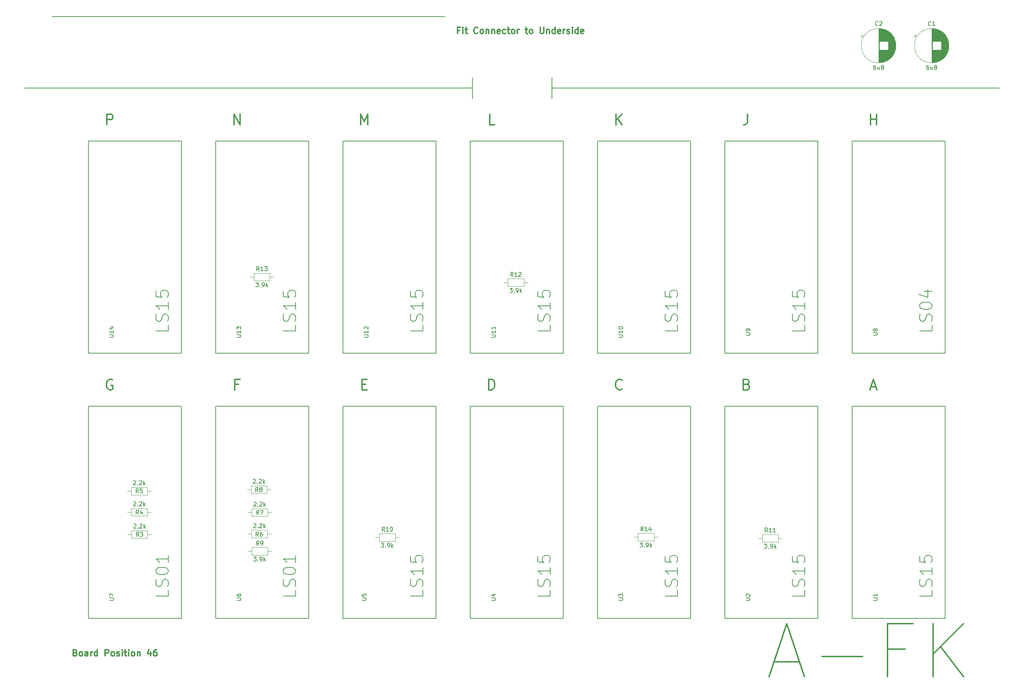
<source format=gbr>
G04 #@! TF.GenerationSoftware,KiCad,Pcbnew,(5.0.0)*
G04 #@! TF.CreationDate,2019-08-30T22:53:04+01:00*
G04 #@! TF.ProjectId,A-FK,412D464B2E6B696361645F7063620000,rev?*
G04 #@! TF.SameCoordinates,Original*
G04 #@! TF.FileFunction,Legend,Top*
G04 #@! TF.FilePolarity,Positive*
%FSLAX46Y46*%
G04 Gerber Fmt 4.6, Leading zero omitted, Abs format (unit mm)*
G04 Created by KiCad (PCBNEW (5.0.0)) date 08/30/19 22:53:04*
%MOMM*%
%LPD*%
G01*
G04 APERTURE LIST*
%ADD10C,0.300000*%
%ADD11C,0.200000*%
%ADD12C,0.150000*%
%ADD13C,0.120000*%
G04 APERTURE END LIST*
D10*
X37500000Y-178392857D02*
X37714285Y-178464285D01*
X37785714Y-178535714D01*
X37857142Y-178678571D01*
X37857142Y-178892857D01*
X37785714Y-179035714D01*
X37714285Y-179107142D01*
X37571428Y-179178571D01*
X37000000Y-179178571D01*
X37000000Y-177678571D01*
X37500000Y-177678571D01*
X37642857Y-177750000D01*
X37714285Y-177821428D01*
X37785714Y-177964285D01*
X37785714Y-178107142D01*
X37714285Y-178250000D01*
X37642857Y-178321428D01*
X37500000Y-178392857D01*
X37000000Y-178392857D01*
X38714285Y-179178571D02*
X38571428Y-179107142D01*
X38500000Y-179035714D01*
X38428571Y-178892857D01*
X38428571Y-178464285D01*
X38500000Y-178321428D01*
X38571428Y-178250000D01*
X38714285Y-178178571D01*
X38928571Y-178178571D01*
X39071428Y-178250000D01*
X39142857Y-178321428D01*
X39214285Y-178464285D01*
X39214285Y-178892857D01*
X39142857Y-179035714D01*
X39071428Y-179107142D01*
X38928571Y-179178571D01*
X38714285Y-179178571D01*
X40500000Y-179178571D02*
X40500000Y-178392857D01*
X40428571Y-178250000D01*
X40285714Y-178178571D01*
X40000000Y-178178571D01*
X39857142Y-178250000D01*
X40500000Y-179107142D02*
X40357142Y-179178571D01*
X40000000Y-179178571D01*
X39857142Y-179107142D01*
X39785714Y-178964285D01*
X39785714Y-178821428D01*
X39857142Y-178678571D01*
X40000000Y-178607142D01*
X40357142Y-178607142D01*
X40500000Y-178535714D01*
X41214285Y-179178571D02*
X41214285Y-178178571D01*
X41214285Y-178464285D02*
X41285714Y-178321428D01*
X41357142Y-178250000D01*
X41500000Y-178178571D01*
X41642857Y-178178571D01*
X42785714Y-179178571D02*
X42785714Y-177678571D01*
X42785714Y-179107142D02*
X42642857Y-179178571D01*
X42357142Y-179178571D01*
X42214285Y-179107142D01*
X42142857Y-179035714D01*
X42071428Y-178892857D01*
X42071428Y-178464285D01*
X42142857Y-178321428D01*
X42214285Y-178250000D01*
X42357142Y-178178571D01*
X42642857Y-178178571D01*
X42785714Y-178250000D01*
X44642857Y-179178571D02*
X44642857Y-177678571D01*
X45214285Y-177678571D01*
X45357142Y-177750000D01*
X45428571Y-177821428D01*
X45500000Y-177964285D01*
X45500000Y-178178571D01*
X45428571Y-178321428D01*
X45357142Y-178392857D01*
X45214285Y-178464285D01*
X44642857Y-178464285D01*
X46357142Y-179178571D02*
X46214285Y-179107142D01*
X46142857Y-179035714D01*
X46071428Y-178892857D01*
X46071428Y-178464285D01*
X46142857Y-178321428D01*
X46214285Y-178250000D01*
X46357142Y-178178571D01*
X46571428Y-178178571D01*
X46714285Y-178250000D01*
X46785714Y-178321428D01*
X46857142Y-178464285D01*
X46857142Y-178892857D01*
X46785714Y-179035714D01*
X46714285Y-179107142D01*
X46571428Y-179178571D01*
X46357142Y-179178571D01*
X47428571Y-179107142D02*
X47571428Y-179178571D01*
X47857142Y-179178571D01*
X48000000Y-179107142D01*
X48071428Y-178964285D01*
X48071428Y-178892857D01*
X48000000Y-178750000D01*
X47857142Y-178678571D01*
X47642857Y-178678571D01*
X47500000Y-178607142D01*
X47428571Y-178464285D01*
X47428571Y-178392857D01*
X47500000Y-178250000D01*
X47642857Y-178178571D01*
X47857142Y-178178571D01*
X48000000Y-178250000D01*
X48714285Y-179178571D02*
X48714285Y-178178571D01*
X48714285Y-177678571D02*
X48642857Y-177750000D01*
X48714285Y-177821428D01*
X48785714Y-177750000D01*
X48714285Y-177678571D01*
X48714285Y-177821428D01*
X49214285Y-178178571D02*
X49785714Y-178178571D01*
X49428571Y-177678571D02*
X49428571Y-178964285D01*
X49500000Y-179107142D01*
X49642857Y-179178571D01*
X49785714Y-179178571D01*
X50285714Y-179178571D02*
X50285714Y-178178571D01*
X50285714Y-177678571D02*
X50214285Y-177750000D01*
X50285714Y-177821428D01*
X50357142Y-177750000D01*
X50285714Y-177678571D01*
X50285714Y-177821428D01*
X51214285Y-179178571D02*
X51071428Y-179107142D01*
X51000000Y-179035714D01*
X50928571Y-178892857D01*
X50928571Y-178464285D01*
X51000000Y-178321428D01*
X51071428Y-178250000D01*
X51214285Y-178178571D01*
X51428571Y-178178571D01*
X51571428Y-178250000D01*
X51642857Y-178321428D01*
X51714285Y-178464285D01*
X51714285Y-178892857D01*
X51642857Y-179035714D01*
X51571428Y-179107142D01*
X51428571Y-179178571D01*
X51214285Y-179178571D01*
X52357142Y-178178571D02*
X52357142Y-179178571D01*
X52357142Y-178321428D02*
X52428571Y-178250000D01*
X52571428Y-178178571D01*
X52785714Y-178178571D01*
X52928571Y-178250000D01*
X53000000Y-178392857D01*
X53000000Y-179178571D01*
X55500000Y-178178571D02*
X55500000Y-179178571D01*
X55142857Y-177607142D02*
X54785714Y-178678571D01*
X55714285Y-178678571D01*
X56928571Y-177678571D02*
X56642857Y-177678571D01*
X56500000Y-177750000D01*
X56428571Y-177821428D01*
X56285714Y-178035714D01*
X56214285Y-178321428D01*
X56214285Y-178892857D01*
X56285714Y-179035714D01*
X56357142Y-179107142D01*
X56500000Y-179178571D01*
X56785714Y-179178571D01*
X56928571Y-179107142D01*
X57000000Y-179035714D01*
X57071428Y-178892857D01*
X57071428Y-178535714D01*
X57000000Y-178392857D01*
X56928571Y-178321428D01*
X56785714Y-178250000D01*
X56500000Y-178250000D01*
X56357142Y-178321428D01*
X56285714Y-178392857D01*
X56214285Y-178535714D01*
X45054761Y-51949047D02*
X45054761Y-49409047D01*
X46022380Y-49409047D01*
X46264285Y-49530000D01*
X46385238Y-49650952D01*
X46506190Y-49892857D01*
X46506190Y-50255714D01*
X46385238Y-50497619D01*
X46264285Y-50618571D01*
X46022380Y-50739523D01*
X45054761Y-50739523D01*
X75474285Y-51949047D02*
X75474285Y-49409047D01*
X76925714Y-51949047D01*
X76925714Y-49409047D01*
X105833333Y-51949047D02*
X105833333Y-49409047D01*
X106680000Y-51223333D01*
X107526666Y-49409047D01*
X107526666Y-51949047D01*
X137946190Y-51949047D02*
X136736666Y-51949047D01*
X136736666Y-49409047D01*
X166974761Y-51949047D02*
X166974761Y-49409047D01*
X168426190Y-51949047D02*
X167337619Y-50497619D01*
X168426190Y-49409047D02*
X166974761Y-50860476D01*
X198482857Y-49409047D02*
X198482857Y-51223333D01*
X198361904Y-51586190D01*
X198120000Y-51828095D01*
X197757142Y-51949047D01*
X197515238Y-51949047D01*
X227874285Y-51949047D02*
X227874285Y-49409047D01*
X227874285Y-50618571D02*
X229325714Y-50618571D01*
X229325714Y-51949047D02*
X229325714Y-49409047D01*
X46385238Y-113030000D02*
X46143333Y-112909047D01*
X45780476Y-112909047D01*
X45417619Y-113030000D01*
X45175714Y-113271904D01*
X45054761Y-113513809D01*
X44933809Y-113997619D01*
X44933809Y-114360476D01*
X45054761Y-114844285D01*
X45175714Y-115086190D01*
X45417619Y-115328095D01*
X45780476Y-115449047D01*
X46022380Y-115449047D01*
X46385238Y-115328095D01*
X46506190Y-115207142D01*
X46506190Y-114360476D01*
X46022380Y-114360476D01*
X76562857Y-114118571D02*
X75716190Y-114118571D01*
X75716190Y-115449047D02*
X75716190Y-112909047D01*
X76925714Y-112909047D01*
X106135714Y-114118571D02*
X106982380Y-114118571D01*
X107345238Y-115449047D02*
X106135714Y-115449047D01*
X106135714Y-112909047D01*
X107345238Y-112909047D01*
X136494761Y-115449047D02*
X136494761Y-112909047D01*
X137099523Y-112909047D01*
X137462380Y-113030000D01*
X137704285Y-113271904D01*
X137825238Y-113513809D01*
X137946190Y-113997619D01*
X137946190Y-114360476D01*
X137825238Y-114844285D01*
X137704285Y-115086190D01*
X137462380Y-115328095D01*
X137099523Y-115449047D01*
X136494761Y-115449047D01*
X168426190Y-115207142D02*
X168305238Y-115328095D01*
X167942380Y-115449047D01*
X167700476Y-115449047D01*
X167337619Y-115328095D01*
X167095714Y-115086190D01*
X166974761Y-114844285D01*
X166853809Y-114360476D01*
X166853809Y-113997619D01*
X166974761Y-113513809D01*
X167095714Y-113271904D01*
X167337619Y-113030000D01*
X167700476Y-112909047D01*
X167942380Y-112909047D01*
X168305238Y-113030000D01*
X168426190Y-113150952D01*
X198301428Y-114118571D02*
X198664285Y-114239523D01*
X198785238Y-114360476D01*
X198906190Y-114602380D01*
X198906190Y-114965238D01*
X198785238Y-115207142D01*
X198664285Y-115328095D01*
X198422380Y-115449047D01*
X197454761Y-115449047D01*
X197454761Y-112909047D01*
X198301428Y-112909047D01*
X198543333Y-113030000D01*
X198664285Y-113150952D01*
X198785238Y-113392857D01*
X198785238Y-113634761D01*
X198664285Y-113876666D01*
X198543333Y-113997619D01*
X198301428Y-114118571D01*
X197454761Y-114118571D01*
X227995238Y-114723333D02*
X229204761Y-114723333D01*
X227753333Y-115449047D02*
X228600000Y-112909047D01*
X229446666Y-115449047D01*
X129510071Y-29356857D02*
X129010071Y-29356857D01*
X129010071Y-30142571D02*
X129010071Y-28642571D01*
X129724357Y-28642571D01*
X130295785Y-30142571D02*
X130295785Y-29142571D01*
X130295785Y-28642571D02*
X130224357Y-28714000D01*
X130295785Y-28785428D01*
X130367214Y-28714000D01*
X130295785Y-28642571D01*
X130295785Y-28785428D01*
X130795785Y-29142571D02*
X131367214Y-29142571D01*
X131010071Y-28642571D02*
X131010071Y-29928285D01*
X131081500Y-30071142D01*
X131224357Y-30142571D01*
X131367214Y-30142571D01*
X133867214Y-29999714D02*
X133795785Y-30071142D01*
X133581500Y-30142571D01*
X133438642Y-30142571D01*
X133224357Y-30071142D01*
X133081500Y-29928285D01*
X133010071Y-29785428D01*
X132938642Y-29499714D01*
X132938642Y-29285428D01*
X133010071Y-28999714D01*
X133081500Y-28856857D01*
X133224357Y-28714000D01*
X133438642Y-28642571D01*
X133581500Y-28642571D01*
X133795785Y-28714000D01*
X133867214Y-28785428D01*
X134724357Y-30142571D02*
X134581500Y-30071142D01*
X134510071Y-29999714D01*
X134438642Y-29856857D01*
X134438642Y-29428285D01*
X134510071Y-29285428D01*
X134581500Y-29214000D01*
X134724357Y-29142571D01*
X134938642Y-29142571D01*
X135081500Y-29214000D01*
X135152928Y-29285428D01*
X135224357Y-29428285D01*
X135224357Y-29856857D01*
X135152928Y-29999714D01*
X135081500Y-30071142D01*
X134938642Y-30142571D01*
X134724357Y-30142571D01*
X135867214Y-29142571D02*
X135867214Y-30142571D01*
X135867214Y-29285428D02*
X135938642Y-29214000D01*
X136081500Y-29142571D01*
X136295785Y-29142571D01*
X136438642Y-29214000D01*
X136510071Y-29356857D01*
X136510071Y-30142571D01*
X137224357Y-29142571D02*
X137224357Y-30142571D01*
X137224357Y-29285428D02*
X137295785Y-29214000D01*
X137438642Y-29142571D01*
X137652928Y-29142571D01*
X137795785Y-29214000D01*
X137867214Y-29356857D01*
X137867214Y-30142571D01*
X139152928Y-30071142D02*
X139010071Y-30142571D01*
X138724357Y-30142571D01*
X138581500Y-30071142D01*
X138510071Y-29928285D01*
X138510071Y-29356857D01*
X138581500Y-29214000D01*
X138724357Y-29142571D01*
X139010071Y-29142571D01*
X139152928Y-29214000D01*
X139224357Y-29356857D01*
X139224357Y-29499714D01*
X138510071Y-29642571D01*
X140510071Y-30071142D02*
X140367214Y-30142571D01*
X140081500Y-30142571D01*
X139938642Y-30071142D01*
X139867214Y-29999714D01*
X139795785Y-29856857D01*
X139795785Y-29428285D01*
X139867214Y-29285428D01*
X139938642Y-29214000D01*
X140081500Y-29142571D01*
X140367214Y-29142571D01*
X140510071Y-29214000D01*
X140938642Y-29142571D02*
X141510071Y-29142571D01*
X141152928Y-28642571D02*
X141152928Y-29928285D01*
X141224357Y-30071142D01*
X141367214Y-30142571D01*
X141510071Y-30142571D01*
X142224357Y-30142571D02*
X142081500Y-30071142D01*
X142010071Y-29999714D01*
X141938642Y-29856857D01*
X141938642Y-29428285D01*
X142010071Y-29285428D01*
X142081500Y-29214000D01*
X142224357Y-29142571D01*
X142438642Y-29142571D01*
X142581500Y-29214000D01*
X142652928Y-29285428D01*
X142724357Y-29428285D01*
X142724357Y-29856857D01*
X142652928Y-29999714D01*
X142581500Y-30071142D01*
X142438642Y-30142571D01*
X142224357Y-30142571D01*
X143367214Y-30142571D02*
X143367214Y-29142571D01*
X143367214Y-29428285D02*
X143438642Y-29285428D01*
X143510071Y-29214000D01*
X143652928Y-29142571D01*
X143795785Y-29142571D01*
X145224357Y-29142571D02*
X145795785Y-29142571D01*
X145438642Y-28642571D02*
X145438642Y-29928285D01*
X145510071Y-30071142D01*
X145652928Y-30142571D01*
X145795785Y-30142571D01*
X146510071Y-30142571D02*
X146367214Y-30071142D01*
X146295785Y-29999714D01*
X146224357Y-29856857D01*
X146224357Y-29428285D01*
X146295785Y-29285428D01*
X146367214Y-29214000D01*
X146510071Y-29142571D01*
X146724357Y-29142571D01*
X146867214Y-29214000D01*
X146938642Y-29285428D01*
X147010071Y-29428285D01*
X147010071Y-29856857D01*
X146938642Y-29999714D01*
X146867214Y-30071142D01*
X146724357Y-30142571D01*
X146510071Y-30142571D01*
X148795785Y-28642571D02*
X148795785Y-29856857D01*
X148867214Y-29999714D01*
X148938642Y-30071142D01*
X149081500Y-30142571D01*
X149367214Y-30142571D01*
X149510071Y-30071142D01*
X149581500Y-29999714D01*
X149652928Y-29856857D01*
X149652928Y-28642571D01*
X150367214Y-29142571D02*
X150367214Y-30142571D01*
X150367214Y-29285428D02*
X150438642Y-29214000D01*
X150581500Y-29142571D01*
X150795785Y-29142571D01*
X150938642Y-29214000D01*
X151010071Y-29356857D01*
X151010071Y-30142571D01*
X152367214Y-30142571D02*
X152367214Y-28642571D01*
X152367214Y-30071142D02*
X152224357Y-30142571D01*
X151938642Y-30142571D01*
X151795785Y-30071142D01*
X151724357Y-29999714D01*
X151652928Y-29856857D01*
X151652928Y-29428285D01*
X151724357Y-29285428D01*
X151795785Y-29214000D01*
X151938642Y-29142571D01*
X152224357Y-29142571D01*
X152367214Y-29214000D01*
X153652928Y-30071142D02*
X153510071Y-30142571D01*
X153224357Y-30142571D01*
X153081500Y-30071142D01*
X153010071Y-29928285D01*
X153010071Y-29356857D01*
X153081500Y-29214000D01*
X153224357Y-29142571D01*
X153510071Y-29142571D01*
X153652928Y-29214000D01*
X153724357Y-29356857D01*
X153724357Y-29499714D01*
X153010071Y-29642571D01*
X154367214Y-30142571D02*
X154367214Y-29142571D01*
X154367214Y-29428285D02*
X154438642Y-29285428D01*
X154510071Y-29214000D01*
X154652928Y-29142571D01*
X154795785Y-29142571D01*
X155224357Y-30071142D02*
X155367214Y-30142571D01*
X155652928Y-30142571D01*
X155795785Y-30071142D01*
X155867214Y-29928285D01*
X155867214Y-29856857D01*
X155795785Y-29714000D01*
X155652928Y-29642571D01*
X155438642Y-29642571D01*
X155295785Y-29571142D01*
X155224357Y-29428285D01*
X155224357Y-29356857D01*
X155295785Y-29214000D01*
X155438642Y-29142571D01*
X155652928Y-29142571D01*
X155795785Y-29214000D01*
X156510071Y-30142571D02*
X156510071Y-29142571D01*
X156510071Y-28642571D02*
X156438642Y-28714000D01*
X156510071Y-28785428D01*
X156581500Y-28714000D01*
X156510071Y-28642571D01*
X156510071Y-28785428D01*
X157867214Y-30142571D02*
X157867214Y-28642571D01*
X157867214Y-30071142D02*
X157724357Y-30142571D01*
X157438642Y-30142571D01*
X157295785Y-30071142D01*
X157224357Y-29999714D01*
X157152928Y-29856857D01*
X157152928Y-29428285D01*
X157224357Y-29285428D01*
X157295785Y-29214000D01*
X157438642Y-29142571D01*
X157724357Y-29142571D01*
X157867214Y-29214000D01*
X159152928Y-30071142D02*
X159010071Y-30142571D01*
X158724357Y-30142571D01*
X158581500Y-30071142D01*
X158510071Y-29928285D01*
X158510071Y-29356857D01*
X158581500Y-29214000D01*
X158724357Y-29142571D01*
X159010071Y-29142571D01*
X159152928Y-29214000D01*
X159224357Y-29356857D01*
X159224357Y-29499714D01*
X158510071Y-29642571D01*
D11*
X32004000Y-26098500D02*
X125984000Y-26098500D01*
X151599900Y-40640000D02*
X151599900Y-45720000D01*
X151599900Y-43180000D02*
X258749800Y-43180000D01*
X132549900Y-40640000D02*
X132549900Y-45720000D01*
X25400000Y-43180000D02*
X132549900Y-43180000D01*
D10*
X204778428Y-180551666D02*
X210826047Y-180551666D01*
X203568904Y-184180238D02*
X207802238Y-171480238D01*
X212035571Y-184180238D01*
X216268904Y-179342142D02*
X225945095Y-179342142D01*
X236226047Y-177527857D02*
X231992714Y-177527857D01*
X231992714Y-184180238D02*
X231992714Y-171480238D01*
X238040333Y-171480238D01*
X242878428Y-184180238D02*
X242878428Y-171480238D01*
X250135571Y-184180238D02*
X244692714Y-176923095D01*
X250135571Y-171480238D02*
X242878428Y-178737380D01*
D12*
G04 #@! TO.C,U8*
X245745000Y-106680000D02*
X223520000Y-106680000D01*
X245745000Y-55880000D02*
X245745000Y-106680000D01*
X223520000Y-55880000D02*
X245745000Y-55880000D01*
X223520000Y-106680000D02*
X223520000Y-55880000D01*
G04 #@! TO.C,U1*
X245745000Y-170180000D02*
X223520000Y-170180000D01*
X245745000Y-119380000D02*
X245745000Y-170180000D01*
X223520000Y-119380000D02*
X245745000Y-119380000D01*
X223520000Y-170180000D02*
X223520000Y-119380000D01*
G04 #@! TO.C,U12*
X123825000Y-106680000D02*
X101600000Y-106680000D01*
X123825000Y-55880000D02*
X123825000Y-106680000D01*
X101600000Y-55880000D02*
X123825000Y-55880000D01*
X101600000Y-106680000D02*
X101600000Y-55880000D01*
G04 #@! TO.C,U11*
X154305000Y-106680000D02*
X132080000Y-106680000D01*
X154305000Y-55880000D02*
X154305000Y-106680000D01*
X132080000Y-55880000D02*
X154305000Y-55880000D01*
X132080000Y-106680000D02*
X132080000Y-55880000D01*
G04 #@! TO.C,U14*
X62865000Y-106680000D02*
X40640000Y-106680000D01*
X62865000Y-55880000D02*
X62865000Y-106680000D01*
X40640000Y-55880000D02*
X62865000Y-55880000D01*
X40640000Y-106680000D02*
X40640000Y-55880000D01*
G04 #@! TO.C,U13*
X93345000Y-106680000D02*
X71120000Y-106680000D01*
X93345000Y-55880000D02*
X93345000Y-106680000D01*
X71120000Y-55880000D02*
X93345000Y-55880000D01*
X71120000Y-106680000D02*
X71120000Y-55880000D01*
D13*
G04 #@! TO.C,R3*
X54802800Y-150983000D02*
X54802800Y-149143000D01*
X54802800Y-149143000D02*
X50962800Y-149143000D01*
X50962800Y-149143000D02*
X50962800Y-150983000D01*
X50962800Y-150983000D02*
X54802800Y-150983000D01*
X55752800Y-150063000D02*
X54802800Y-150063000D01*
X50012800Y-150063000D02*
X50962800Y-150063000D01*
G04 #@! TO.C,R4*
X54752000Y-145649000D02*
X54752000Y-143809000D01*
X54752000Y-143809000D02*
X50912000Y-143809000D01*
X50912000Y-143809000D02*
X50912000Y-145649000D01*
X50912000Y-145649000D02*
X54752000Y-145649000D01*
X55702000Y-144729000D02*
X54752000Y-144729000D01*
X49962000Y-144729000D02*
X50912000Y-144729000D01*
G04 #@! TO.C,R5*
X54726600Y-140595000D02*
X54726600Y-138755000D01*
X54726600Y-138755000D02*
X50886600Y-138755000D01*
X50886600Y-138755000D02*
X50886600Y-140595000D01*
X50886600Y-140595000D02*
X54726600Y-140595000D01*
X55676600Y-139675000D02*
X54726600Y-139675000D01*
X49936600Y-139675000D02*
X50886600Y-139675000D01*
G04 #@! TO.C,R6*
X83504800Y-150882000D02*
X83504800Y-149042000D01*
X83504800Y-149042000D02*
X79664800Y-149042000D01*
X79664800Y-149042000D02*
X79664800Y-150882000D01*
X79664800Y-150882000D02*
X83504800Y-150882000D01*
X84454800Y-149962000D02*
X83504800Y-149962000D01*
X78714800Y-149962000D02*
X79664800Y-149962000D01*
G04 #@! TO.C,R7*
X83555600Y-145725000D02*
X83555600Y-143885000D01*
X83555600Y-143885000D02*
X79715600Y-143885000D01*
X79715600Y-143885000D02*
X79715600Y-145725000D01*
X79715600Y-145725000D02*
X83555600Y-145725000D01*
X84505600Y-144805000D02*
X83555600Y-144805000D01*
X78765600Y-144805000D02*
X79715600Y-144805000D01*
G04 #@! TO.C,R8*
X83403200Y-140239000D02*
X83403200Y-138399000D01*
X83403200Y-138399000D02*
X79563200Y-138399000D01*
X79563200Y-138399000D02*
X79563200Y-140239000D01*
X79563200Y-140239000D02*
X83403200Y-140239000D01*
X84353200Y-139319000D02*
X83403200Y-139319000D01*
X78613200Y-139319000D02*
X79563200Y-139319000D01*
G04 #@! TO.C,R9*
X79715600Y-153182000D02*
X79715600Y-155022000D01*
X79715600Y-155022000D02*
X83555600Y-155022000D01*
X83555600Y-155022000D02*
X83555600Y-153182000D01*
X83555600Y-153182000D02*
X79715600Y-153182000D01*
X78765600Y-154102000D02*
X79715600Y-154102000D01*
X84505600Y-154102000D02*
X83555600Y-154102000D01*
G04 #@! TO.C,R10*
X110272000Y-149854000D02*
X110272000Y-151694000D01*
X110272000Y-151694000D02*
X114112000Y-151694000D01*
X114112000Y-151694000D02*
X114112000Y-149854000D01*
X114112000Y-149854000D02*
X110272000Y-149854000D01*
X109322000Y-150774000D02*
X110272000Y-150774000D01*
X115062000Y-150774000D02*
X114112000Y-150774000D01*
G04 #@! TO.C,R11*
X201991000Y-150083000D02*
X201991000Y-151923000D01*
X201991000Y-151923000D02*
X205831000Y-151923000D01*
X205831000Y-151923000D02*
X205831000Y-150083000D01*
X205831000Y-150083000D02*
X201991000Y-150083000D01*
X201041000Y-151003000D02*
X201991000Y-151003000D01*
X206781000Y-151003000D02*
X205831000Y-151003000D01*
G04 #@! TO.C,R12*
X141057000Y-88843600D02*
X141057000Y-90683600D01*
X141057000Y-90683600D02*
X144897000Y-90683600D01*
X144897000Y-90683600D02*
X144897000Y-88843600D01*
X144897000Y-88843600D02*
X141057000Y-88843600D01*
X140107000Y-89763600D02*
X141057000Y-89763600D01*
X145847000Y-89763600D02*
X144897000Y-89763600D01*
G04 #@! TO.C,R13*
X80249000Y-87497400D02*
X80249000Y-89337400D01*
X80249000Y-89337400D02*
X84089000Y-89337400D01*
X84089000Y-89337400D02*
X84089000Y-87497400D01*
X84089000Y-87497400D02*
X80249000Y-87497400D01*
X79299000Y-88417400D02*
X80249000Y-88417400D01*
X85039000Y-88417400D02*
X84089000Y-88417400D01*
G04 #@! TO.C,R14*
X172222000Y-149804000D02*
X172222000Y-151644000D01*
X172222000Y-151644000D02*
X176062000Y-151644000D01*
X176062000Y-151644000D02*
X176062000Y-149804000D01*
X176062000Y-149804000D02*
X172222000Y-149804000D01*
X171272000Y-150724000D02*
X172222000Y-150724000D01*
X177012000Y-150724000D02*
X176062000Y-150724000D01*
D12*
G04 #@! TO.C,U2*
X215265000Y-170180000D02*
X193040000Y-170180000D01*
X215265000Y-119380000D02*
X215265000Y-170180000D01*
X193040000Y-119380000D02*
X215265000Y-119380000D01*
X193040000Y-170180000D02*
X193040000Y-119380000D01*
G04 #@! TO.C,U3*
X184785000Y-170180000D02*
X162560000Y-170180000D01*
X184785000Y-119380000D02*
X184785000Y-170180000D01*
X162560000Y-119380000D02*
X184785000Y-119380000D01*
X162560000Y-170180000D02*
X162560000Y-119380000D01*
G04 #@! TO.C,U4*
X154305000Y-170180000D02*
X132080000Y-170180000D01*
X154305000Y-119380000D02*
X154305000Y-170180000D01*
X132080000Y-119380000D02*
X154305000Y-119380000D01*
X132080000Y-170180000D02*
X132080000Y-119380000D01*
G04 #@! TO.C,U5*
X123825000Y-170180000D02*
X101600000Y-170180000D01*
X123825000Y-119380000D02*
X123825000Y-170180000D01*
X101600000Y-119380000D02*
X123825000Y-119380000D01*
X101600000Y-170180000D02*
X101600000Y-119380000D01*
G04 #@! TO.C,U6*
X93345000Y-170180000D02*
X71120000Y-170180000D01*
X93345000Y-119380000D02*
X93345000Y-170180000D01*
X71120000Y-119380000D02*
X93345000Y-119380000D01*
X71120000Y-170180000D02*
X71120000Y-119380000D01*
G04 #@! TO.C,U7*
X62865000Y-170180000D02*
X40640000Y-170180000D01*
X62865000Y-119380000D02*
X62865000Y-170180000D01*
X40640000Y-119380000D02*
X62865000Y-119380000D01*
X40640000Y-170180000D02*
X40640000Y-119380000D01*
G04 #@! TO.C,U9*
X215265000Y-106680000D02*
X193040000Y-106680000D01*
X215265000Y-55880000D02*
X215265000Y-106680000D01*
X193040000Y-55880000D02*
X215265000Y-55880000D01*
X193040000Y-106680000D02*
X193040000Y-55880000D01*
G04 #@! TO.C,U10*
X184785000Y-106680000D02*
X162560000Y-106680000D01*
X184785000Y-55880000D02*
X184785000Y-106680000D01*
X162560000Y-55880000D02*
X184785000Y-55880000D01*
X162560000Y-106680000D02*
X162560000Y-55880000D01*
D13*
G04 #@! TO.C,C1*
X238540302Y-30305000D02*
X238540302Y-31105000D01*
X238140302Y-30705000D02*
X238940302Y-30705000D01*
X246631000Y-32487000D02*
X246631000Y-33553000D01*
X246591000Y-32252000D02*
X246591000Y-33788000D01*
X246551000Y-32072000D02*
X246551000Y-33968000D01*
X246511000Y-31922000D02*
X246511000Y-34118000D01*
X246471000Y-31791000D02*
X246471000Y-34249000D01*
X246431000Y-31674000D02*
X246431000Y-34366000D01*
X246391000Y-31567000D02*
X246391000Y-34473000D01*
X246351000Y-31468000D02*
X246351000Y-34572000D01*
X246311000Y-31375000D02*
X246311000Y-34665000D01*
X246271000Y-31289000D02*
X246271000Y-34751000D01*
X246231000Y-31207000D02*
X246231000Y-34833000D01*
X246191000Y-31130000D02*
X246191000Y-34910000D01*
X246151000Y-31056000D02*
X246151000Y-34984000D01*
X246111000Y-30986000D02*
X246111000Y-35054000D01*
X246071000Y-30918000D02*
X246071000Y-35122000D01*
X246031000Y-30854000D02*
X246031000Y-35186000D01*
X245991000Y-30792000D02*
X245991000Y-35248000D01*
X245951000Y-30733000D02*
X245951000Y-35307000D01*
X245911000Y-30675000D02*
X245911000Y-35365000D01*
X245871000Y-30620000D02*
X245871000Y-35420000D01*
X245831000Y-30566000D02*
X245831000Y-35474000D01*
X245791000Y-30515000D02*
X245791000Y-35525000D01*
X245751000Y-30464000D02*
X245751000Y-35576000D01*
X245711000Y-30416000D02*
X245711000Y-35624000D01*
X245671000Y-30369000D02*
X245671000Y-35671000D01*
X245631000Y-30323000D02*
X245631000Y-35717000D01*
X245591000Y-30279000D02*
X245591000Y-35761000D01*
X245551000Y-30236000D02*
X245551000Y-35804000D01*
X245511000Y-30194000D02*
X245511000Y-35846000D01*
X245471000Y-30153000D02*
X245471000Y-35887000D01*
X245431000Y-30113000D02*
X245431000Y-35927000D01*
X245391000Y-30075000D02*
X245391000Y-35965000D01*
X245351000Y-30037000D02*
X245351000Y-36003000D01*
X245311000Y-30001000D02*
X245311000Y-36039000D01*
X245271000Y-29965000D02*
X245271000Y-36075000D01*
X245231000Y-29930000D02*
X245231000Y-36110000D01*
X245191000Y-29896000D02*
X245191000Y-36144000D01*
X245151000Y-29864000D02*
X245151000Y-36176000D01*
X245111000Y-29831000D02*
X245111000Y-36209000D01*
X245071000Y-29800000D02*
X245071000Y-36240000D01*
X245031000Y-29770000D02*
X245031000Y-36270000D01*
X244991000Y-29740000D02*
X244991000Y-36300000D01*
X244951000Y-29711000D02*
X244951000Y-36329000D01*
X244911000Y-29682000D02*
X244911000Y-36358000D01*
X244871000Y-29655000D02*
X244871000Y-36385000D01*
X244831000Y-34060000D02*
X244831000Y-36412000D01*
X244831000Y-29628000D02*
X244831000Y-31980000D01*
X244791000Y-34060000D02*
X244791000Y-36438000D01*
X244791000Y-29602000D02*
X244791000Y-31980000D01*
X244751000Y-34060000D02*
X244751000Y-36464000D01*
X244751000Y-29576000D02*
X244751000Y-31980000D01*
X244711000Y-34060000D02*
X244711000Y-36489000D01*
X244711000Y-29551000D02*
X244711000Y-31980000D01*
X244671000Y-34060000D02*
X244671000Y-36513000D01*
X244671000Y-29527000D02*
X244671000Y-31980000D01*
X244631000Y-34060000D02*
X244631000Y-36537000D01*
X244631000Y-29503000D02*
X244631000Y-31980000D01*
X244591000Y-34060000D02*
X244591000Y-36560000D01*
X244591000Y-29480000D02*
X244591000Y-31980000D01*
X244551000Y-34060000D02*
X244551000Y-36582000D01*
X244551000Y-29458000D02*
X244551000Y-31980000D01*
X244511000Y-34060000D02*
X244511000Y-36604000D01*
X244511000Y-29436000D02*
X244511000Y-31980000D01*
X244471000Y-34060000D02*
X244471000Y-36626000D01*
X244471000Y-29414000D02*
X244471000Y-31980000D01*
X244431000Y-34060000D02*
X244431000Y-36647000D01*
X244431000Y-29393000D02*
X244431000Y-31980000D01*
X244391000Y-34060000D02*
X244391000Y-36667000D01*
X244391000Y-29373000D02*
X244391000Y-31980000D01*
X244351000Y-34060000D02*
X244351000Y-36686000D01*
X244351000Y-29354000D02*
X244351000Y-31980000D01*
X244311000Y-34060000D02*
X244311000Y-36706000D01*
X244311000Y-29334000D02*
X244311000Y-31980000D01*
X244271000Y-34060000D02*
X244271000Y-36724000D01*
X244271000Y-29316000D02*
X244271000Y-31980000D01*
X244231000Y-34060000D02*
X244231000Y-36742000D01*
X244231000Y-29298000D02*
X244231000Y-31980000D01*
X244191000Y-34060000D02*
X244191000Y-36760000D01*
X244191000Y-29280000D02*
X244191000Y-31980000D01*
X244151000Y-34060000D02*
X244151000Y-36777000D01*
X244151000Y-29263000D02*
X244151000Y-31980000D01*
X244111000Y-34060000D02*
X244111000Y-36794000D01*
X244111000Y-29246000D02*
X244111000Y-31980000D01*
X244071000Y-34060000D02*
X244071000Y-36810000D01*
X244071000Y-29230000D02*
X244071000Y-31980000D01*
X244031000Y-34060000D02*
X244031000Y-36825000D01*
X244031000Y-29215000D02*
X244031000Y-31980000D01*
X243991000Y-34060000D02*
X243991000Y-36841000D01*
X243991000Y-29199000D02*
X243991000Y-31980000D01*
X243951000Y-34060000D02*
X243951000Y-36855000D01*
X243951000Y-29185000D02*
X243951000Y-31980000D01*
X243911000Y-34060000D02*
X243911000Y-36870000D01*
X243911000Y-29170000D02*
X243911000Y-31980000D01*
X243871000Y-34060000D02*
X243871000Y-36883000D01*
X243871000Y-29157000D02*
X243871000Y-31980000D01*
X243831000Y-34060000D02*
X243831000Y-36897000D01*
X243831000Y-29143000D02*
X243831000Y-31980000D01*
X243791000Y-34060000D02*
X243791000Y-36909000D01*
X243791000Y-29131000D02*
X243791000Y-31980000D01*
X243751000Y-34060000D02*
X243751000Y-36922000D01*
X243751000Y-29118000D02*
X243751000Y-31980000D01*
X243711000Y-34060000D02*
X243711000Y-36934000D01*
X243711000Y-29106000D02*
X243711000Y-31980000D01*
X243671000Y-34060000D02*
X243671000Y-36945000D01*
X243671000Y-29095000D02*
X243671000Y-31980000D01*
X243631000Y-34060000D02*
X243631000Y-36956000D01*
X243631000Y-29084000D02*
X243631000Y-31980000D01*
X243591000Y-34060000D02*
X243591000Y-36967000D01*
X243591000Y-29073000D02*
X243591000Y-31980000D01*
X243551000Y-34060000D02*
X243551000Y-36977000D01*
X243551000Y-29063000D02*
X243551000Y-31980000D01*
X243511000Y-34060000D02*
X243511000Y-36987000D01*
X243511000Y-29053000D02*
X243511000Y-31980000D01*
X243471000Y-34060000D02*
X243471000Y-36996000D01*
X243471000Y-29044000D02*
X243471000Y-31980000D01*
X243431000Y-34060000D02*
X243431000Y-37005000D01*
X243431000Y-29035000D02*
X243431000Y-31980000D01*
X243391000Y-34060000D02*
X243391000Y-37014000D01*
X243391000Y-29026000D02*
X243391000Y-31980000D01*
X243351000Y-34060000D02*
X243351000Y-37022000D01*
X243351000Y-29018000D02*
X243351000Y-31980000D01*
X243311000Y-34060000D02*
X243311000Y-37030000D01*
X243311000Y-29010000D02*
X243311000Y-31980000D01*
X243271000Y-34060000D02*
X243271000Y-37037000D01*
X243271000Y-29003000D02*
X243271000Y-31980000D01*
X243230000Y-34060000D02*
X243230000Y-37044000D01*
X243230000Y-28996000D02*
X243230000Y-31980000D01*
X243190000Y-34060000D02*
X243190000Y-37050000D01*
X243190000Y-28990000D02*
X243190000Y-31980000D01*
X243150000Y-34060000D02*
X243150000Y-37057000D01*
X243150000Y-28983000D02*
X243150000Y-31980000D01*
X243110000Y-34060000D02*
X243110000Y-37062000D01*
X243110000Y-28978000D02*
X243110000Y-31980000D01*
X243070000Y-34060000D02*
X243070000Y-37068000D01*
X243070000Y-28972000D02*
X243070000Y-31980000D01*
X243030000Y-34060000D02*
X243030000Y-37072000D01*
X243030000Y-28968000D02*
X243030000Y-31980000D01*
X242990000Y-34060000D02*
X242990000Y-37077000D01*
X242990000Y-28963000D02*
X242990000Y-31980000D01*
X242950000Y-34060000D02*
X242950000Y-37081000D01*
X242950000Y-28959000D02*
X242950000Y-31980000D01*
X242910000Y-34060000D02*
X242910000Y-37085000D01*
X242910000Y-28955000D02*
X242910000Y-31980000D01*
X242870000Y-34060000D02*
X242870000Y-37088000D01*
X242870000Y-28952000D02*
X242870000Y-31980000D01*
X242830000Y-34060000D02*
X242830000Y-37091000D01*
X242830000Y-28949000D02*
X242830000Y-31980000D01*
X242790000Y-34060000D02*
X242790000Y-37094000D01*
X242790000Y-28946000D02*
X242790000Y-31980000D01*
X242750000Y-28944000D02*
X242750000Y-37096000D01*
X242710000Y-28943000D02*
X242710000Y-37097000D01*
X242670000Y-28941000D02*
X242670000Y-37099000D01*
X242630000Y-28940000D02*
X242630000Y-37100000D01*
X242590000Y-28940000D02*
X242590000Y-37100000D01*
X242550000Y-28940000D02*
X242550000Y-37100000D01*
X246670000Y-33020000D02*
G75*
G03X246670000Y-33020000I-4120000J0D01*
G01*
G04 #@! TO.C,C2*
X225840302Y-30305000D02*
X225840302Y-31105000D01*
X225440302Y-30705000D02*
X226240302Y-30705000D01*
X233931000Y-32487000D02*
X233931000Y-33553000D01*
X233891000Y-32252000D02*
X233891000Y-33788000D01*
X233851000Y-32072000D02*
X233851000Y-33968000D01*
X233811000Y-31922000D02*
X233811000Y-34118000D01*
X233771000Y-31791000D02*
X233771000Y-34249000D01*
X233731000Y-31674000D02*
X233731000Y-34366000D01*
X233691000Y-31567000D02*
X233691000Y-34473000D01*
X233651000Y-31468000D02*
X233651000Y-34572000D01*
X233611000Y-31375000D02*
X233611000Y-34665000D01*
X233571000Y-31289000D02*
X233571000Y-34751000D01*
X233531000Y-31207000D02*
X233531000Y-34833000D01*
X233491000Y-31130000D02*
X233491000Y-34910000D01*
X233451000Y-31056000D02*
X233451000Y-34984000D01*
X233411000Y-30986000D02*
X233411000Y-35054000D01*
X233371000Y-30918000D02*
X233371000Y-35122000D01*
X233331000Y-30854000D02*
X233331000Y-35186000D01*
X233291000Y-30792000D02*
X233291000Y-35248000D01*
X233251000Y-30733000D02*
X233251000Y-35307000D01*
X233211000Y-30675000D02*
X233211000Y-35365000D01*
X233171000Y-30620000D02*
X233171000Y-35420000D01*
X233131000Y-30566000D02*
X233131000Y-35474000D01*
X233091000Y-30515000D02*
X233091000Y-35525000D01*
X233051000Y-30464000D02*
X233051000Y-35576000D01*
X233011000Y-30416000D02*
X233011000Y-35624000D01*
X232971000Y-30369000D02*
X232971000Y-35671000D01*
X232931000Y-30323000D02*
X232931000Y-35717000D01*
X232891000Y-30279000D02*
X232891000Y-35761000D01*
X232851000Y-30236000D02*
X232851000Y-35804000D01*
X232811000Y-30194000D02*
X232811000Y-35846000D01*
X232771000Y-30153000D02*
X232771000Y-35887000D01*
X232731000Y-30113000D02*
X232731000Y-35927000D01*
X232691000Y-30075000D02*
X232691000Y-35965000D01*
X232651000Y-30037000D02*
X232651000Y-36003000D01*
X232611000Y-30001000D02*
X232611000Y-36039000D01*
X232571000Y-29965000D02*
X232571000Y-36075000D01*
X232531000Y-29930000D02*
X232531000Y-36110000D01*
X232491000Y-29896000D02*
X232491000Y-36144000D01*
X232451000Y-29864000D02*
X232451000Y-36176000D01*
X232411000Y-29831000D02*
X232411000Y-36209000D01*
X232371000Y-29800000D02*
X232371000Y-36240000D01*
X232331000Y-29770000D02*
X232331000Y-36270000D01*
X232291000Y-29740000D02*
X232291000Y-36300000D01*
X232251000Y-29711000D02*
X232251000Y-36329000D01*
X232211000Y-29682000D02*
X232211000Y-36358000D01*
X232171000Y-29655000D02*
X232171000Y-36385000D01*
X232131000Y-34060000D02*
X232131000Y-36412000D01*
X232131000Y-29628000D02*
X232131000Y-31980000D01*
X232091000Y-34060000D02*
X232091000Y-36438000D01*
X232091000Y-29602000D02*
X232091000Y-31980000D01*
X232051000Y-34060000D02*
X232051000Y-36464000D01*
X232051000Y-29576000D02*
X232051000Y-31980000D01*
X232011000Y-34060000D02*
X232011000Y-36489000D01*
X232011000Y-29551000D02*
X232011000Y-31980000D01*
X231971000Y-34060000D02*
X231971000Y-36513000D01*
X231971000Y-29527000D02*
X231971000Y-31980000D01*
X231931000Y-34060000D02*
X231931000Y-36537000D01*
X231931000Y-29503000D02*
X231931000Y-31980000D01*
X231891000Y-34060000D02*
X231891000Y-36560000D01*
X231891000Y-29480000D02*
X231891000Y-31980000D01*
X231851000Y-34060000D02*
X231851000Y-36582000D01*
X231851000Y-29458000D02*
X231851000Y-31980000D01*
X231811000Y-34060000D02*
X231811000Y-36604000D01*
X231811000Y-29436000D02*
X231811000Y-31980000D01*
X231771000Y-34060000D02*
X231771000Y-36626000D01*
X231771000Y-29414000D02*
X231771000Y-31980000D01*
X231731000Y-34060000D02*
X231731000Y-36647000D01*
X231731000Y-29393000D02*
X231731000Y-31980000D01*
X231691000Y-34060000D02*
X231691000Y-36667000D01*
X231691000Y-29373000D02*
X231691000Y-31980000D01*
X231651000Y-34060000D02*
X231651000Y-36686000D01*
X231651000Y-29354000D02*
X231651000Y-31980000D01*
X231611000Y-34060000D02*
X231611000Y-36706000D01*
X231611000Y-29334000D02*
X231611000Y-31980000D01*
X231571000Y-34060000D02*
X231571000Y-36724000D01*
X231571000Y-29316000D02*
X231571000Y-31980000D01*
X231531000Y-34060000D02*
X231531000Y-36742000D01*
X231531000Y-29298000D02*
X231531000Y-31980000D01*
X231491000Y-34060000D02*
X231491000Y-36760000D01*
X231491000Y-29280000D02*
X231491000Y-31980000D01*
X231451000Y-34060000D02*
X231451000Y-36777000D01*
X231451000Y-29263000D02*
X231451000Y-31980000D01*
X231411000Y-34060000D02*
X231411000Y-36794000D01*
X231411000Y-29246000D02*
X231411000Y-31980000D01*
X231371000Y-34060000D02*
X231371000Y-36810000D01*
X231371000Y-29230000D02*
X231371000Y-31980000D01*
X231331000Y-34060000D02*
X231331000Y-36825000D01*
X231331000Y-29215000D02*
X231331000Y-31980000D01*
X231291000Y-34060000D02*
X231291000Y-36841000D01*
X231291000Y-29199000D02*
X231291000Y-31980000D01*
X231251000Y-34060000D02*
X231251000Y-36855000D01*
X231251000Y-29185000D02*
X231251000Y-31980000D01*
X231211000Y-34060000D02*
X231211000Y-36870000D01*
X231211000Y-29170000D02*
X231211000Y-31980000D01*
X231171000Y-34060000D02*
X231171000Y-36883000D01*
X231171000Y-29157000D02*
X231171000Y-31980000D01*
X231131000Y-34060000D02*
X231131000Y-36897000D01*
X231131000Y-29143000D02*
X231131000Y-31980000D01*
X231091000Y-34060000D02*
X231091000Y-36909000D01*
X231091000Y-29131000D02*
X231091000Y-31980000D01*
X231051000Y-34060000D02*
X231051000Y-36922000D01*
X231051000Y-29118000D02*
X231051000Y-31980000D01*
X231011000Y-34060000D02*
X231011000Y-36934000D01*
X231011000Y-29106000D02*
X231011000Y-31980000D01*
X230971000Y-34060000D02*
X230971000Y-36945000D01*
X230971000Y-29095000D02*
X230971000Y-31980000D01*
X230931000Y-34060000D02*
X230931000Y-36956000D01*
X230931000Y-29084000D02*
X230931000Y-31980000D01*
X230891000Y-34060000D02*
X230891000Y-36967000D01*
X230891000Y-29073000D02*
X230891000Y-31980000D01*
X230851000Y-34060000D02*
X230851000Y-36977000D01*
X230851000Y-29063000D02*
X230851000Y-31980000D01*
X230811000Y-34060000D02*
X230811000Y-36987000D01*
X230811000Y-29053000D02*
X230811000Y-31980000D01*
X230771000Y-34060000D02*
X230771000Y-36996000D01*
X230771000Y-29044000D02*
X230771000Y-31980000D01*
X230731000Y-34060000D02*
X230731000Y-37005000D01*
X230731000Y-29035000D02*
X230731000Y-31980000D01*
X230691000Y-34060000D02*
X230691000Y-37014000D01*
X230691000Y-29026000D02*
X230691000Y-31980000D01*
X230651000Y-34060000D02*
X230651000Y-37022000D01*
X230651000Y-29018000D02*
X230651000Y-31980000D01*
X230611000Y-34060000D02*
X230611000Y-37030000D01*
X230611000Y-29010000D02*
X230611000Y-31980000D01*
X230571000Y-34060000D02*
X230571000Y-37037000D01*
X230571000Y-29003000D02*
X230571000Y-31980000D01*
X230530000Y-34060000D02*
X230530000Y-37044000D01*
X230530000Y-28996000D02*
X230530000Y-31980000D01*
X230490000Y-34060000D02*
X230490000Y-37050000D01*
X230490000Y-28990000D02*
X230490000Y-31980000D01*
X230450000Y-34060000D02*
X230450000Y-37057000D01*
X230450000Y-28983000D02*
X230450000Y-31980000D01*
X230410000Y-34060000D02*
X230410000Y-37062000D01*
X230410000Y-28978000D02*
X230410000Y-31980000D01*
X230370000Y-34060000D02*
X230370000Y-37068000D01*
X230370000Y-28972000D02*
X230370000Y-31980000D01*
X230330000Y-34060000D02*
X230330000Y-37072000D01*
X230330000Y-28968000D02*
X230330000Y-31980000D01*
X230290000Y-34060000D02*
X230290000Y-37077000D01*
X230290000Y-28963000D02*
X230290000Y-31980000D01*
X230250000Y-34060000D02*
X230250000Y-37081000D01*
X230250000Y-28959000D02*
X230250000Y-31980000D01*
X230210000Y-34060000D02*
X230210000Y-37085000D01*
X230210000Y-28955000D02*
X230210000Y-31980000D01*
X230170000Y-34060000D02*
X230170000Y-37088000D01*
X230170000Y-28952000D02*
X230170000Y-31980000D01*
X230130000Y-34060000D02*
X230130000Y-37091000D01*
X230130000Y-28949000D02*
X230130000Y-31980000D01*
X230090000Y-34060000D02*
X230090000Y-37094000D01*
X230090000Y-28946000D02*
X230090000Y-31980000D01*
X230050000Y-28944000D02*
X230050000Y-37096000D01*
X230010000Y-28943000D02*
X230010000Y-37097000D01*
X229970000Y-28941000D02*
X229970000Y-37099000D01*
X229930000Y-28940000D02*
X229930000Y-37100000D01*
X229890000Y-28940000D02*
X229890000Y-37100000D01*
X229850000Y-28940000D02*
X229850000Y-37100000D01*
X233970000Y-33020000D02*
G75*
G03X233970000Y-33020000I-4120000J0D01*
G01*
G04 #@! TO.C,U8*
D12*
X228552380Y-102361904D02*
X229361904Y-102361904D01*
X229457142Y-102314285D01*
X229504761Y-102266666D01*
X229552380Y-102171428D01*
X229552380Y-101980952D01*
X229504761Y-101885714D01*
X229457142Y-101838095D01*
X229361904Y-101790476D01*
X228552380Y-101790476D01*
X228980952Y-101171428D02*
X228933333Y-101266666D01*
X228885714Y-101314285D01*
X228790476Y-101361904D01*
X228742857Y-101361904D01*
X228647619Y-101314285D01*
X228600000Y-101266666D01*
X228552380Y-101171428D01*
X228552380Y-100980952D01*
X228600000Y-100885714D01*
X228647619Y-100838095D01*
X228742857Y-100790476D01*
X228790476Y-100790476D01*
X228885714Y-100838095D01*
X228933333Y-100885714D01*
X228980952Y-100980952D01*
X228980952Y-101171428D01*
X229028571Y-101266666D01*
X229076190Y-101314285D01*
X229171428Y-101361904D01*
X229361904Y-101361904D01*
X229457142Y-101314285D01*
X229504761Y-101266666D01*
X229552380Y-101171428D01*
X229552380Y-100980952D01*
X229504761Y-100885714D01*
X229457142Y-100838095D01*
X229361904Y-100790476D01*
X229171428Y-100790476D01*
X229076190Y-100838095D01*
X229028571Y-100885714D01*
X228980952Y-100980952D01*
X242657142Y-99877142D02*
X242657142Y-101305714D01*
X239657142Y-101305714D01*
X242514285Y-99020000D02*
X242657142Y-98591428D01*
X242657142Y-97877142D01*
X242514285Y-97591428D01*
X242371428Y-97448571D01*
X242085714Y-97305714D01*
X241800000Y-97305714D01*
X241514285Y-97448571D01*
X241371428Y-97591428D01*
X241228571Y-97877142D01*
X241085714Y-98448571D01*
X240942857Y-98734285D01*
X240800000Y-98877142D01*
X240514285Y-99020000D01*
X240228571Y-99020000D01*
X239942857Y-98877142D01*
X239800000Y-98734285D01*
X239657142Y-98448571D01*
X239657142Y-97734285D01*
X239800000Y-97305714D01*
X239657142Y-95448571D02*
X239657142Y-95162857D01*
X239800000Y-94877142D01*
X239942857Y-94734285D01*
X240228571Y-94591428D01*
X240800000Y-94448571D01*
X241514285Y-94448571D01*
X242085714Y-94591428D01*
X242371428Y-94734285D01*
X242514285Y-94877142D01*
X242657142Y-95162857D01*
X242657142Y-95448571D01*
X242514285Y-95734285D01*
X242371428Y-95877142D01*
X242085714Y-96020000D01*
X241514285Y-96162857D01*
X240800000Y-96162857D01*
X240228571Y-96020000D01*
X239942857Y-95877142D01*
X239800000Y-95734285D01*
X239657142Y-95448571D01*
X240657142Y-91877142D02*
X242657142Y-91877142D01*
X239514285Y-92591428D02*
X241657142Y-93305714D01*
X241657142Y-91448571D01*
G04 #@! TO.C,U1*
X228552380Y-165861904D02*
X229361904Y-165861904D01*
X229457142Y-165814285D01*
X229504761Y-165766666D01*
X229552380Y-165671428D01*
X229552380Y-165480952D01*
X229504761Y-165385714D01*
X229457142Y-165338095D01*
X229361904Y-165290476D01*
X228552380Y-165290476D01*
X229552380Y-164290476D02*
X229552380Y-164861904D01*
X229552380Y-164576190D02*
X228552380Y-164576190D01*
X228695238Y-164671428D01*
X228790476Y-164766666D01*
X228838095Y-164861904D01*
X242657142Y-163377142D02*
X242657142Y-164805714D01*
X239657142Y-164805714D01*
X242514285Y-162520000D02*
X242657142Y-162091428D01*
X242657142Y-161377142D01*
X242514285Y-161091428D01*
X242371428Y-160948571D01*
X242085714Y-160805714D01*
X241800000Y-160805714D01*
X241514285Y-160948571D01*
X241371428Y-161091428D01*
X241228571Y-161377142D01*
X241085714Y-161948571D01*
X240942857Y-162234285D01*
X240800000Y-162377142D01*
X240514285Y-162520000D01*
X240228571Y-162520000D01*
X239942857Y-162377142D01*
X239800000Y-162234285D01*
X239657142Y-161948571D01*
X239657142Y-161234285D01*
X239800000Y-160805714D01*
X242657142Y-157948571D02*
X242657142Y-159662857D01*
X242657142Y-158805714D02*
X239657142Y-158805714D01*
X240085714Y-159091428D01*
X240371428Y-159377142D01*
X240514285Y-159662857D01*
X239657142Y-155234285D02*
X239657142Y-156662857D01*
X241085714Y-156805714D01*
X240942857Y-156662857D01*
X240800000Y-156377142D01*
X240800000Y-155662857D01*
X240942857Y-155377142D01*
X241085714Y-155234285D01*
X241371428Y-155091428D01*
X242085714Y-155091428D01*
X242371428Y-155234285D01*
X242514285Y-155377142D01*
X242657142Y-155662857D01*
X242657142Y-156377142D01*
X242514285Y-156662857D01*
X242371428Y-156805714D01*
G04 #@! TO.C,U12*
X106632380Y-102838095D02*
X107441904Y-102838095D01*
X107537142Y-102790476D01*
X107584761Y-102742857D01*
X107632380Y-102647619D01*
X107632380Y-102457142D01*
X107584761Y-102361904D01*
X107537142Y-102314285D01*
X107441904Y-102266666D01*
X106632380Y-102266666D01*
X107632380Y-101266666D02*
X107632380Y-101838095D01*
X107632380Y-101552380D02*
X106632380Y-101552380D01*
X106775238Y-101647619D01*
X106870476Y-101742857D01*
X106918095Y-101838095D01*
X106727619Y-100885714D02*
X106680000Y-100838095D01*
X106632380Y-100742857D01*
X106632380Y-100504761D01*
X106680000Y-100409523D01*
X106727619Y-100361904D01*
X106822857Y-100314285D01*
X106918095Y-100314285D01*
X107060952Y-100361904D01*
X107632380Y-100933333D01*
X107632380Y-100314285D01*
X120737142Y-99877142D02*
X120737142Y-101305714D01*
X117737142Y-101305714D01*
X120594285Y-99020000D02*
X120737142Y-98591428D01*
X120737142Y-97877142D01*
X120594285Y-97591428D01*
X120451428Y-97448571D01*
X120165714Y-97305714D01*
X119880000Y-97305714D01*
X119594285Y-97448571D01*
X119451428Y-97591428D01*
X119308571Y-97877142D01*
X119165714Y-98448571D01*
X119022857Y-98734285D01*
X118880000Y-98877142D01*
X118594285Y-99020000D01*
X118308571Y-99020000D01*
X118022857Y-98877142D01*
X117880000Y-98734285D01*
X117737142Y-98448571D01*
X117737142Y-97734285D01*
X117880000Y-97305714D01*
X120737142Y-94448571D02*
X120737142Y-96162857D01*
X120737142Y-95305714D02*
X117737142Y-95305714D01*
X118165714Y-95591428D01*
X118451428Y-95877142D01*
X118594285Y-96162857D01*
X117737142Y-91734285D02*
X117737142Y-93162857D01*
X119165714Y-93305714D01*
X119022857Y-93162857D01*
X118880000Y-92877142D01*
X118880000Y-92162857D01*
X119022857Y-91877142D01*
X119165714Y-91734285D01*
X119451428Y-91591428D01*
X120165714Y-91591428D01*
X120451428Y-91734285D01*
X120594285Y-91877142D01*
X120737142Y-92162857D01*
X120737142Y-92877142D01*
X120594285Y-93162857D01*
X120451428Y-93305714D01*
G04 #@! TO.C,U11*
X137112380Y-102838095D02*
X137921904Y-102838095D01*
X138017142Y-102790476D01*
X138064761Y-102742857D01*
X138112380Y-102647619D01*
X138112380Y-102457142D01*
X138064761Y-102361904D01*
X138017142Y-102314285D01*
X137921904Y-102266666D01*
X137112380Y-102266666D01*
X138112380Y-101266666D02*
X138112380Y-101838095D01*
X138112380Y-101552380D02*
X137112380Y-101552380D01*
X137255238Y-101647619D01*
X137350476Y-101742857D01*
X137398095Y-101838095D01*
X138112380Y-100314285D02*
X138112380Y-100885714D01*
X138112380Y-100600000D02*
X137112380Y-100600000D01*
X137255238Y-100695238D01*
X137350476Y-100790476D01*
X137398095Y-100885714D01*
X151217142Y-99877142D02*
X151217142Y-101305714D01*
X148217142Y-101305714D01*
X151074285Y-99020000D02*
X151217142Y-98591428D01*
X151217142Y-97877142D01*
X151074285Y-97591428D01*
X150931428Y-97448571D01*
X150645714Y-97305714D01*
X150360000Y-97305714D01*
X150074285Y-97448571D01*
X149931428Y-97591428D01*
X149788571Y-97877142D01*
X149645714Y-98448571D01*
X149502857Y-98734285D01*
X149360000Y-98877142D01*
X149074285Y-99020000D01*
X148788571Y-99020000D01*
X148502857Y-98877142D01*
X148360000Y-98734285D01*
X148217142Y-98448571D01*
X148217142Y-97734285D01*
X148360000Y-97305714D01*
X151217142Y-94448571D02*
X151217142Y-96162857D01*
X151217142Y-95305714D02*
X148217142Y-95305714D01*
X148645714Y-95591428D01*
X148931428Y-95877142D01*
X149074285Y-96162857D01*
X148217142Y-91734285D02*
X148217142Y-93162857D01*
X149645714Y-93305714D01*
X149502857Y-93162857D01*
X149360000Y-92877142D01*
X149360000Y-92162857D01*
X149502857Y-91877142D01*
X149645714Y-91734285D01*
X149931428Y-91591428D01*
X150645714Y-91591428D01*
X150931428Y-91734285D01*
X151074285Y-91877142D01*
X151217142Y-92162857D01*
X151217142Y-92877142D01*
X151074285Y-93162857D01*
X150931428Y-93305714D01*
G04 #@! TO.C,U14*
X45672380Y-102838095D02*
X46481904Y-102838095D01*
X46577142Y-102790476D01*
X46624761Y-102742857D01*
X46672380Y-102647619D01*
X46672380Y-102457142D01*
X46624761Y-102361904D01*
X46577142Y-102314285D01*
X46481904Y-102266666D01*
X45672380Y-102266666D01*
X46672380Y-101266666D02*
X46672380Y-101838095D01*
X46672380Y-101552380D02*
X45672380Y-101552380D01*
X45815238Y-101647619D01*
X45910476Y-101742857D01*
X45958095Y-101838095D01*
X46005714Y-100409523D02*
X46672380Y-100409523D01*
X45624761Y-100647619D02*
X46339047Y-100885714D01*
X46339047Y-100266666D01*
X59777142Y-99877142D02*
X59777142Y-101305714D01*
X56777142Y-101305714D01*
X59634285Y-99020000D02*
X59777142Y-98591428D01*
X59777142Y-97877142D01*
X59634285Y-97591428D01*
X59491428Y-97448571D01*
X59205714Y-97305714D01*
X58920000Y-97305714D01*
X58634285Y-97448571D01*
X58491428Y-97591428D01*
X58348571Y-97877142D01*
X58205714Y-98448571D01*
X58062857Y-98734285D01*
X57920000Y-98877142D01*
X57634285Y-99020000D01*
X57348571Y-99020000D01*
X57062857Y-98877142D01*
X56920000Y-98734285D01*
X56777142Y-98448571D01*
X56777142Y-97734285D01*
X56920000Y-97305714D01*
X59777142Y-94448571D02*
X59777142Y-96162857D01*
X59777142Y-95305714D02*
X56777142Y-95305714D01*
X57205714Y-95591428D01*
X57491428Y-95877142D01*
X57634285Y-96162857D01*
X56777142Y-91734285D02*
X56777142Y-93162857D01*
X58205714Y-93305714D01*
X58062857Y-93162857D01*
X57920000Y-92877142D01*
X57920000Y-92162857D01*
X58062857Y-91877142D01*
X58205714Y-91734285D01*
X58491428Y-91591428D01*
X59205714Y-91591428D01*
X59491428Y-91734285D01*
X59634285Y-91877142D01*
X59777142Y-92162857D01*
X59777142Y-92877142D01*
X59634285Y-93162857D01*
X59491428Y-93305714D01*
G04 #@! TO.C,U13*
X76152380Y-102838095D02*
X76961904Y-102838095D01*
X77057142Y-102790476D01*
X77104761Y-102742857D01*
X77152380Y-102647619D01*
X77152380Y-102457142D01*
X77104761Y-102361904D01*
X77057142Y-102314285D01*
X76961904Y-102266666D01*
X76152380Y-102266666D01*
X77152380Y-101266666D02*
X77152380Y-101838095D01*
X77152380Y-101552380D02*
X76152380Y-101552380D01*
X76295238Y-101647619D01*
X76390476Y-101742857D01*
X76438095Y-101838095D01*
X76152380Y-100933333D02*
X76152380Y-100314285D01*
X76533333Y-100647619D01*
X76533333Y-100504761D01*
X76580952Y-100409523D01*
X76628571Y-100361904D01*
X76723809Y-100314285D01*
X76961904Y-100314285D01*
X77057142Y-100361904D01*
X77104761Y-100409523D01*
X77152380Y-100504761D01*
X77152380Y-100790476D01*
X77104761Y-100885714D01*
X77057142Y-100933333D01*
X90257142Y-99877142D02*
X90257142Y-101305714D01*
X87257142Y-101305714D01*
X90114285Y-99020000D02*
X90257142Y-98591428D01*
X90257142Y-97877142D01*
X90114285Y-97591428D01*
X89971428Y-97448571D01*
X89685714Y-97305714D01*
X89400000Y-97305714D01*
X89114285Y-97448571D01*
X88971428Y-97591428D01*
X88828571Y-97877142D01*
X88685714Y-98448571D01*
X88542857Y-98734285D01*
X88400000Y-98877142D01*
X88114285Y-99020000D01*
X87828571Y-99020000D01*
X87542857Y-98877142D01*
X87400000Y-98734285D01*
X87257142Y-98448571D01*
X87257142Y-97734285D01*
X87400000Y-97305714D01*
X90257142Y-94448571D02*
X90257142Y-96162857D01*
X90257142Y-95305714D02*
X87257142Y-95305714D01*
X87685714Y-95591428D01*
X87971428Y-95877142D01*
X88114285Y-96162857D01*
X87257142Y-91734285D02*
X87257142Y-93162857D01*
X88685714Y-93305714D01*
X88542857Y-93162857D01*
X88400000Y-92877142D01*
X88400000Y-92162857D01*
X88542857Y-91877142D01*
X88685714Y-91734285D01*
X88971428Y-91591428D01*
X89685714Y-91591428D01*
X89971428Y-91734285D01*
X90114285Y-91877142D01*
X90257142Y-92162857D01*
X90257142Y-92877142D01*
X90114285Y-93162857D01*
X89971428Y-93305714D01*
G04 #@! TO.C,R3*
X52716133Y-150515380D02*
X52382800Y-150039190D01*
X52144704Y-150515380D02*
X52144704Y-149515380D01*
X52525657Y-149515380D01*
X52620895Y-149563000D01*
X52668514Y-149610619D01*
X52716133Y-149705857D01*
X52716133Y-149848714D01*
X52668514Y-149943952D01*
X52620895Y-149991571D01*
X52525657Y-150039190D01*
X52144704Y-150039190D01*
X53049466Y-149515380D02*
X53668514Y-149515380D01*
X53335180Y-149896333D01*
X53478038Y-149896333D01*
X53573276Y-149943952D01*
X53620895Y-149991571D01*
X53668514Y-150086809D01*
X53668514Y-150324904D01*
X53620895Y-150420142D01*
X53573276Y-150467761D01*
X53478038Y-150515380D01*
X53192323Y-150515380D01*
X53097085Y-150467761D01*
X53049466Y-150420142D01*
X51478038Y-147690619D02*
X51525657Y-147643000D01*
X51620895Y-147595380D01*
X51858990Y-147595380D01*
X51954228Y-147643000D01*
X52001847Y-147690619D01*
X52049466Y-147785857D01*
X52049466Y-147881095D01*
X52001847Y-148023952D01*
X51430419Y-148595380D01*
X52049466Y-148595380D01*
X52478038Y-148500142D02*
X52525657Y-148547761D01*
X52478038Y-148595380D01*
X52430419Y-148547761D01*
X52478038Y-148500142D01*
X52478038Y-148595380D01*
X52906609Y-147690619D02*
X52954228Y-147643000D01*
X53049466Y-147595380D01*
X53287561Y-147595380D01*
X53382800Y-147643000D01*
X53430419Y-147690619D01*
X53478038Y-147785857D01*
X53478038Y-147881095D01*
X53430419Y-148023952D01*
X52858990Y-148595380D01*
X53478038Y-148595380D01*
X53906609Y-148595380D02*
X53906609Y-147595380D01*
X54001847Y-148214428D02*
X54287561Y-148595380D01*
X54287561Y-147928714D02*
X53906609Y-148309666D01*
G04 #@! TO.C,R4*
X52665333Y-145232180D02*
X52332000Y-144755990D01*
X52093904Y-145232180D02*
X52093904Y-144232180D01*
X52474857Y-144232180D01*
X52570095Y-144279800D01*
X52617714Y-144327419D01*
X52665333Y-144422657D01*
X52665333Y-144565514D01*
X52617714Y-144660752D01*
X52570095Y-144708371D01*
X52474857Y-144755990D01*
X52093904Y-144755990D01*
X53522476Y-144565514D02*
X53522476Y-145232180D01*
X53284380Y-144184561D02*
X53046285Y-144898847D01*
X53665333Y-144898847D01*
X51427238Y-142356619D02*
X51474857Y-142309000D01*
X51570095Y-142261380D01*
X51808190Y-142261380D01*
X51903428Y-142309000D01*
X51951047Y-142356619D01*
X51998666Y-142451857D01*
X51998666Y-142547095D01*
X51951047Y-142689952D01*
X51379619Y-143261380D01*
X51998666Y-143261380D01*
X52427238Y-143166142D02*
X52474857Y-143213761D01*
X52427238Y-143261380D01*
X52379619Y-143213761D01*
X52427238Y-143166142D01*
X52427238Y-143261380D01*
X52855809Y-142356619D02*
X52903428Y-142309000D01*
X52998666Y-142261380D01*
X53236761Y-142261380D01*
X53332000Y-142309000D01*
X53379619Y-142356619D01*
X53427238Y-142451857D01*
X53427238Y-142547095D01*
X53379619Y-142689952D01*
X52808190Y-143261380D01*
X53427238Y-143261380D01*
X53855809Y-143261380D02*
X53855809Y-142261380D01*
X53951047Y-142880428D02*
X54236761Y-143261380D01*
X54236761Y-142594714D02*
X53855809Y-142975666D01*
G04 #@! TO.C,R5*
X52589133Y-140127380D02*
X52255800Y-139651190D01*
X52017704Y-140127380D02*
X52017704Y-139127380D01*
X52398657Y-139127380D01*
X52493895Y-139175000D01*
X52541514Y-139222619D01*
X52589133Y-139317857D01*
X52589133Y-139460714D01*
X52541514Y-139555952D01*
X52493895Y-139603571D01*
X52398657Y-139651190D01*
X52017704Y-139651190D01*
X53493895Y-139127380D02*
X53017704Y-139127380D01*
X52970085Y-139603571D01*
X53017704Y-139555952D01*
X53112942Y-139508333D01*
X53351038Y-139508333D01*
X53446276Y-139555952D01*
X53493895Y-139603571D01*
X53541514Y-139698809D01*
X53541514Y-139936904D01*
X53493895Y-140032142D01*
X53446276Y-140079761D01*
X53351038Y-140127380D01*
X53112942Y-140127380D01*
X53017704Y-140079761D01*
X52970085Y-140032142D01*
X51401838Y-137302619D02*
X51449457Y-137255000D01*
X51544695Y-137207380D01*
X51782790Y-137207380D01*
X51878028Y-137255000D01*
X51925647Y-137302619D01*
X51973266Y-137397857D01*
X51973266Y-137493095D01*
X51925647Y-137635952D01*
X51354219Y-138207380D01*
X51973266Y-138207380D01*
X52401838Y-138112142D02*
X52449457Y-138159761D01*
X52401838Y-138207380D01*
X52354219Y-138159761D01*
X52401838Y-138112142D01*
X52401838Y-138207380D01*
X52830409Y-137302619D02*
X52878028Y-137255000D01*
X52973266Y-137207380D01*
X53211361Y-137207380D01*
X53306600Y-137255000D01*
X53354219Y-137302619D01*
X53401838Y-137397857D01*
X53401838Y-137493095D01*
X53354219Y-137635952D01*
X52782790Y-138207380D01*
X53401838Y-138207380D01*
X53830409Y-138207380D02*
X53830409Y-137207380D01*
X53925647Y-137826428D02*
X54211361Y-138207380D01*
X54211361Y-137540714D02*
X53830409Y-137921666D01*
G04 #@! TO.C,R6*
X81367333Y-150515980D02*
X81034000Y-150039790D01*
X80795904Y-150515980D02*
X80795904Y-149515980D01*
X81176857Y-149515980D01*
X81272095Y-149563600D01*
X81319714Y-149611219D01*
X81367333Y-149706457D01*
X81367333Y-149849314D01*
X81319714Y-149944552D01*
X81272095Y-149992171D01*
X81176857Y-150039790D01*
X80795904Y-150039790D01*
X82224476Y-149515980D02*
X82034000Y-149515980D01*
X81938761Y-149563600D01*
X81891142Y-149611219D01*
X81795904Y-149754076D01*
X81748285Y-149944552D01*
X81748285Y-150325504D01*
X81795904Y-150420742D01*
X81843523Y-150468361D01*
X81938761Y-150515980D01*
X82129238Y-150515980D01*
X82224476Y-150468361D01*
X82272095Y-150420742D01*
X82319714Y-150325504D01*
X82319714Y-150087409D01*
X82272095Y-149992171D01*
X82224476Y-149944552D01*
X82129238Y-149896933D01*
X81938761Y-149896933D01*
X81843523Y-149944552D01*
X81795904Y-149992171D01*
X81748285Y-150087409D01*
X80180038Y-147589619D02*
X80227657Y-147542000D01*
X80322895Y-147494380D01*
X80560990Y-147494380D01*
X80656228Y-147542000D01*
X80703847Y-147589619D01*
X80751466Y-147684857D01*
X80751466Y-147780095D01*
X80703847Y-147922952D01*
X80132419Y-148494380D01*
X80751466Y-148494380D01*
X81180038Y-148399142D02*
X81227657Y-148446761D01*
X81180038Y-148494380D01*
X81132419Y-148446761D01*
X81180038Y-148399142D01*
X81180038Y-148494380D01*
X81608609Y-147589619D02*
X81656228Y-147542000D01*
X81751466Y-147494380D01*
X81989561Y-147494380D01*
X82084800Y-147542000D01*
X82132419Y-147589619D01*
X82180038Y-147684857D01*
X82180038Y-147780095D01*
X82132419Y-147922952D01*
X81560990Y-148494380D01*
X82180038Y-148494380D01*
X82608609Y-148494380D02*
X82608609Y-147494380D01*
X82703847Y-148113428D02*
X82989561Y-148494380D01*
X82989561Y-147827714D02*
X82608609Y-148208666D01*
G04 #@! TO.C,R7*
X81468933Y-145308180D02*
X81135600Y-144831990D01*
X80897504Y-145308180D02*
X80897504Y-144308180D01*
X81278457Y-144308180D01*
X81373695Y-144355800D01*
X81421314Y-144403419D01*
X81468933Y-144498657D01*
X81468933Y-144641514D01*
X81421314Y-144736752D01*
X81373695Y-144784371D01*
X81278457Y-144831990D01*
X80897504Y-144831990D01*
X81802266Y-144308180D02*
X82468933Y-144308180D01*
X82040361Y-145308180D01*
X80230838Y-142432619D02*
X80278457Y-142385000D01*
X80373695Y-142337380D01*
X80611790Y-142337380D01*
X80707028Y-142385000D01*
X80754647Y-142432619D01*
X80802266Y-142527857D01*
X80802266Y-142623095D01*
X80754647Y-142765952D01*
X80183219Y-143337380D01*
X80802266Y-143337380D01*
X81230838Y-143242142D02*
X81278457Y-143289761D01*
X81230838Y-143337380D01*
X81183219Y-143289761D01*
X81230838Y-143242142D01*
X81230838Y-143337380D01*
X81659409Y-142432619D02*
X81707028Y-142385000D01*
X81802266Y-142337380D01*
X82040361Y-142337380D01*
X82135600Y-142385000D01*
X82183219Y-142432619D01*
X82230838Y-142527857D01*
X82230838Y-142623095D01*
X82183219Y-142765952D01*
X81611790Y-143337380D01*
X82230838Y-143337380D01*
X82659409Y-143337380D02*
X82659409Y-142337380D01*
X82754647Y-142956428D02*
X83040361Y-143337380D01*
X83040361Y-142670714D02*
X82659409Y-143051666D01*
G04 #@! TO.C,R8*
X81265733Y-139822180D02*
X80932400Y-139345990D01*
X80694304Y-139822180D02*
X80694304Y-138822180D01*
X81075257Y-138822180D01*
X81170495Y-138869800D01*
X81218114Y-138917419D01*
X81265733Y-139012657D01*
X81265733Y-139155514D01*
X81218114Y-139250752D01*
X81170495Y-139298371D01*
X81075257Y-139345990D01*
X80694304Y-139345990D01*
X81837161Y-139250752D02*
X81741923Y-139203133D01*
X81694304Y-139155514D01*
X81646685Y-139060276D01*
X81646685Y-139012657D01*
X81694304Y-138917419D01*
X81741923Y-138869800D01*
X81837161Y-138822180D01*
X82027638Y-138822180D01*
X82122876Y-138869800D01*
X82170495Y-138917419D01*
X82218114Y-139012657D01*
X82218114Y-139060276D01*
X82170495Y-139155514D01*
X82122876Y-139203133D01*
X82027638Y-139250752D01*
X81837161Y-139250752D01*
X81741923Y-139298371D01*
X81694304Y-139345990D01*
X81646685Y-139441228D01*
X81646685Y-139631704D01*
X81694304Y-139726942D01*
X81741923Y-139774561D01*
X81837161Y-139822180D01*
X82027638Y-139822180D01*
X82122876Y-139774561D01*
X82170495Y-139726942D01*
X82218114Y-139631704D01*
X82218114Y-139441228D01*
X82170495Y-139345990D01*
X82122876Y-139298371D01*
X82027638Y-139250752D01*
X80078438Y-136946619D02*
X80126057Y-136899000D01*
X80221295Y-136851380D01*
X80459390Y-136851380D01*
X80554628Y-136899000D01*
X80602247Y-136946619D01*
X80649866Y-137041857D01*
X80649866Y-137137095D01*
X80602247Y-137279952D01*
X80030819Y-137851380D01*
X80649866Y-137851380D01*
X81078438Y-137756142D02*
X81126057Y-137803761D01*
X81078438Y-137851380D01*
X81030819Y-137803761D01*
X81078438Y-137756142D01*
X81078438Y-137851380D01*
X81507009Y-136946619D02*
X81554628Y-136899000D01*
X81649866Y-136851380D01*
X81887961Y-136851380D01*
X81983200Y-136899000D01*
X82030819Y-136946619D01*
X82078438Y-137041857D01*
X82078438Y-137137095D01*
X82030819Y-137279952D01*
X81459390Y-137851380D01*
X82078438Y-137851380D01*
X82507009Y-137851380D02*
X82507009Y-136851380D01*
X82602247Y-137470428D02*
X82887961Y-137851380D01*
X82887961Y-137184714D02*
X82507009Y-137565666D01*
G04 #@! TO.C,R9*
X81468933Y-152634380D02*
X81135600Y-152158190D01*
X80897504Y-152634380D02*
X80897504Y-151634380D01*
X81278457Y-151634380D01*
X81373695Y-151682000D01*
X81421314Y-151729619D01*
X81468933Y-151824857D01*
X81468933Y-151967714D01*
X81421314Y-152062952D01*
X81373695Y-152110571D01*
X81278457Y-152158190D01*
X80897504Y-152158190D01*
X81945123Y-152634380D02*
X82135600Y-152634380D01*
X82230838Y-152586761D01*
X82278457Y-152539142D01*
X82373695Y-152396285D01*
X82421314Y-152205809D01*
X82421314Y-151824857D01*
X82373695Y-151729619D01*
X82326076Y-151682000D01*
X82230838Y-151634380D01*
X82040361Y-151634380D01*
X81945123Y-151682000D01*
X81897504Y-151729619D01*
X81849885Y-151824857D01*
X81849885Y-152062952D01*
X81897504Y-152158190D01*
X81945123Y-152205809D01*
X82040361Y-152253428D01*
X82230838Y-152253428D01*
X82326076Y-152205809D01*
X82373695Y-152158190D01*
X82421314Y-152062952D01*
X80183219Y-155474380D02*
X80802266Y-155474380D01*
X80468933Y-155855333D01*
X80611790Y-155855333D01*
X80707028Y-155902952D01*
X80754647Y-155950571D01*
X80802266Y-156045809D01*
X80802266Y-156283904D01*
X80754647Y-156379142D01*
X80707028Y-156426761D01*
X80611790Y-156474380D01*
X80326076Y-156474380D01*
X80230838Y-156426761D01*
X80183219Y-156379142D01*
X81230838Y-156379142D02*
X81278457Y-156426761D01*
X81230838Y-156474380D01*
X81183219Y-156426761D01*
X81230838Y-156379142D01*
X81230838Y-156474380D01*
X81754647Y-156474380D02*
X81945123Y-156474380D01*
X82040361Y-156426761D01*
X82087980Y-156379142D01*
X82183219Y-156236285D01*
X82230838Y-156045809D01*
X82230838Y-155664857D01*
X82183219Y-155569619D01*
X82135600Y-155522000D01*
X82040361Y-155474380D01*
X81849885Y-155474380D01*
X81754647Y-155522000D01*
X81707028Y-155569619D01*
X81659409Y-155664857D01*
X81659409Y-155902952D01*
X81707028Y-155998190D01*
X81754647Y-156045809D01*
X81849885Y-156093428D01*
X82040361Y-156093428D01*
X82135600Y-156045809D01*
X82183219Y-155998190D01*
X82230838Y-155902952D01*
X82659409Y-156474380D02*
X82659409Y-155474380D01*
X82754647Y-156093428D02*
X83040361Y-156474380D01*
X83040361Y-155807714D02*
X82659409Y-156188666D01*
G04 #@! TO.C,R10*
X111549142Y-149306380D02*
X111215809Y-148830190D01*
X110977714Y-149306380D02*
X110977714Y-148306380D01*
X111358666Y-148306380D01*
X111453904Y-148354000D01*
X111501523Y-148401619D01*
X111549142Y-148496857D01*
X111549142Y-148639714D01*
X111501523Y-148734952D01*
X111453904Y-148782571D01*
X111358666Y-148830190D01*
X110977714Y-148830190D01*
X112501523Y-149306380D02*
X111930095Y-149306380D01*
X112215809Y-149306380D02*
X112215809Y-148306380D01*
X112120571Y-148449238D01*
X112025333Y-148544476D01*
X111930095Y-148592095D01*
X113120571Y-148306380D02*
X113215809Y-148306380D01*
X113311047Y-148354000D01*
X113358666Y-148401619D01*
X113406285Y-148496857D01*
X113453904Y-148687333D01*
X113453904Y-148925428D01*
X113406285Y-149115904D01*
X113358666Y-149211142D01*
X113311047Y-149258761D01*
X113215809Y-149306380D01*
X113120571Y-149306380D01*
X113025333Y-149258761D01*
X112977714Y-149211142D01*
X112930095Y-149115904D01*
X112882476Y-148925428D01*
X112882476Y-148687333D01*
X112930095Y-148496857D01*
X112977714Y-148401619D01*
X113025333Y-148354000D01*
X113120571Y-148306380D01*
X110739619Y-152146380D02*
X111358666Y-152146380D01*
X111025333Y-152527333D01*
X111168190Y-152527333D01*
X111263428Y-152574952D01*
X111311047Y-152622571D01*
X111358666Y-152717809D01*
X111358666Y-152955904D01*
X111311047Y-153051142D01*
X111263428Y-153098761D01*
X111168190Y-153146380D01*
X110882476Y-153146380D01*
X110787238Y-153098761D01*
X110739619Y-153051142D01*
X111787238Y-153051142D02*
X111834857Y-153098761D01*
X111787238Y-153146380D01*
X111739619Y-153098761D01*
X111787238Y-153051142D01*
X111787238Y-153146380D01*
X112311047Y-153146380D02*
X112501523Y-153146380D01*
X112596761Y-153098761D01*
X112644380Y-153051142D01*
X112739619Y-152908285D01*
X112787238Y-152717809D01*
X112787238Y-152336857D01*
X112739619Y-152241619D01*
X112692000Y-152194000D01*
X112596761Y-152146380D01*
X112406285Y-152146380D01*
X112311047Y-152194000D01*
X112263428Y-152241619D01*
X112215809Y-152336857D01*
X112215809Y-152574952D01*
X112263428Y-152670190D01*
X112311047Y-152717809D01*
X112406285Y-152765428D01*
X112596761Y-152765428D01*
X112692000Y-152717809D01*
X112739619Y-152670190D01*
X112787238Y-152574952D01*
X113215809Y-153146380D02*
X113215809Y-152146380D01*
X113311047Y-152765428D02*
X113596761Y-153146380D01*
X113596761Y-152479714D02*
X113215809Y-152860666D01*
G04 #@! TO.C,R11*
X203268142Y-149535380D02*
X202934809Y-149059190D01*
X202696714Y-149535380D02*
X202696714Y-148535380D01*
X203077666Y-148535380D01*
X203172904Y-148583000D01*
X203220523Y-148630619D01*
X203268142Y-148725857D01*
X203268142Y-148868714D01*
X203220523Y-148963952D01*
X203172904Y-149011571D01*
X203077666Y-149059190D01*
X202696714Y-149059190D01*
X204220523Y-149535380D02*
X203649095Y-149535380D01*
X203934809Y-149535380D02*
X203934809Y-148535380D01*
X203839571Y-148678238D01*
X203744333Y-148773476D01*
X203649095Y-148821095D01*
X205172904Y-149535380D02*
X204601476Y-149535380D01*
X204887190Y-149535380D02*
X204887190Y-148535380D01*
X204791952Y-148678238D01*
X204696714Y-148773476D01*
X204601476Y-148821095D01*
X202458619Y-152375380D02*
X203077666Y-152375380D01*
X202744333Y-152756333D01*
X202887190Y-152756333D01*
X202982428Y-152803952D01*
X203030047Y-152851571D01*
X203077666Y-152946809D01*
X203077666Y-153184904D01*
X203030047Y-153280142D01*
X202982428Y-153327761D01*
X202887190Y-153375380D01*
X202601476Y-153375380D01*
X202506238Y-153327761D01*
X202458619Y-153280142D01*
X203506238Y-153280142D02*
X203553857Y-153327761D01*
X203506238Y-153375380D01*
X203458619Y-153327761D01*
X203506238Y-153280142D01*
X203506238Y-153375380D01*
X204030047Y-153375380D02*
X204220523Y-153375380D01*
X204315761Y-153327761D01*
X204363380Y-153280142D01*
X204458619Y-153137285D01*
X204506238Y-152946809D01*
X204506238Y-152565857D01*
X204458619Y-152470619D01*
X204411000Y-152423000D01*
X204315761Y-152375380D01*
X204125285Y-152375380D01*
X204030047Y-152423000D01*
X203982428Y-152470619D01*
X203934809Y-152565857D01*
X203934809Y-152803952D01*
X203982428Y-152899190D01*
X204030047Y-152946809D01*
X204125285Y-152994428D01*
X204315761Y-152994428D01*
X204411000Y-152946809D01*
X204458619Y-152899190D01*
X204506238Y-152803952D01*
X204934809Y-153375380D02*
X204934809Y-152375380D01*
X205030047Y-152994428D02*
X205315761Y-153375380D01*
X205315761Y-152708714D02*
X204934809Y-153089666D01*
G04 #@! TO.C,R12*
X142334142Y-88295980D02*
X142000809Y-87819790D01*
X141762714Y-88295980D02*
X141762714Y-87295980D01*
X142143666Y-87295980D01*
X142238904Y-87343600D01*
X142286523Y-87391219D01*
X142334142Y-87486457D01*
X142334142Y-87629314D01*
X142286523Y-87724552D01*
X142238904Y-87772171D01*
X142143666Y-87819790D01*
X141762714Y-87819790D01*
X143286523Y-88295980D02*
X142715095Y-88295980D01*
X143000809Y-88295980D02*
X143000809Y-87295980D01*
X142905571Y-87438838D01*
X142810333Y-87534076D01*
X142715095Y-87581695D01*
X143667476Y-87391219D02*
X143715095Y-87343600D01*
X143810333Y-87295980D01*
X144048428Y-87295980D01*
X144143666Y-87343600D01*
X144191285Y-87391219D01*
X144238904Y-87486457D01*
X144238904Y-87581695D01*
X144191285Y-87724552D01*
X143619857Y-88295980D01*
X144238904Y-88295980D01*
X141524619Y-91135980D02*
X142143666Y-91135980D01*
X141810333Y-91516933D01*
X141953190Y-91516933D01*
X142048428Y-91564552D01*
X142096047Y-91612171D01*
X142143666Y-91707409D01*
X142143666Y-91945504D01*
X142096047Y-92040742D01*
X142048428Y-92088361D01*
X141953190Y-92135980D01*
X141667476Y-92135980D01*
X141572238Y-92088361D01*
X141524619Y-92040742D01*
X142572238Y-92040742D02*
X142619857Y-92088361D01*
X142572238Y-92135980D01*
X142524619Y-92088361D01*
X142572238Y-92040742D01*
X142572238Y-92135980D01*
X143096047Y-92135980D02*
X143286523Y-92135980D01*
X143381761Y-92088361D01*
X143429380Y-92040742D01*
X143524619Y-91897885D01*
X143572238Y-91707409D01*
X143572238Y-91326457D01*
X143524619Y-91231219D01*
X143477000Y-91183600D01*
X143381761Y-91135980D01*
X143191285Y-91135980D01*
X143096047Y-91183600D01*
X143048428Y-91231219D01*
X143000809Y-91326457D01*
X143000809Y-91564552D01*
X143048428Y-91659790D01*
X143096047Y-91707409D01*
X143191285Y-91755028D01*
X143381761Y-91755028D01*
X143477000Y-91707409D01*
X143524619Y-91659790D01*
X143572238Y-91564552D01*
X144000809Y-92135980D02*
X144000809Y-91135980D01*
X144096047Y-91755028D02*
X144381761Y-92135980D01*
X144381761Y-91469314D02*
X144000809Y-91850266D01*
G04 #@! TO.C,R13*
X81526142Y-86949780D02*
X81192809Y-86473590D01*
X80954714Y-86949780D02*
X80954714Y-85949780D01*
X81335666Y-85949780D01*
X81430904Y-85997400D01*
X81478523Y-86045019D01*
X81526142Y-86140257D01*
X81526142Y-86283114D01*
X81478523Y-86378352D01*
X81430904Y-86425971D01*
X81335666Y-86473590D01*
X80954714Y-86473590D01*
X82478523Y-86949780D02*
X81907095Y-86949780D01*
X82192809Y-86949780D02*
X82192809Y-85949780D01*
X82097571Y-86092638D01*
X82002333Y-86187876D01*
X81907095Y-86235495D01*
X82811857Y-85949780D02*
X83430904Y-85949780D01*
X83097571Y-86330733D01*
X83240428Y-86330733D01*
X83335666Y-86378352D01*
X83383285Y-86425971D01*
X83430904Y-86521209D01*
X83430904Y-86759304D01*
X83383285Y-86854542D01*
X83335666Y-86902161D01*
X83240428Y-86949780D01*
X82954714Y-86949780D01*
X82859476Y-86902161D01*
X82811857Y-86854542D01*
X80716619Y-89789780D02*
X81335666Y-89789780D01*
X81002333Y-90170733D01*
X81145190Y-90170733D01*
X81240428Y-90218352D01*
X81288047Y-90265971D01*
X81335666Y-90361209D01*
X81335666Y-90599304D01*
X81288047Y-90694542D01*
X81240428Y-90742161D01*
X81145190Y-90789780D01*
X80859476Y-90789780D01*
X80764238Y-90742161D01*
X80716619Y-90694542D01*
X81764238Y-90694542D02*
X81811857Y-90742161D01*
X81764238Y-90789780D01*
X81716619Y-90742161D01*
X81764238Y-90694542D01*
X81764238Y-90789780D01*
X82288047Y-90789780D02*
X82478523Y-90789780D01*
X82573761Y-90742161D01*
X82621380Y-90694542D01*
X82716619Y-90551685D01*
X82764238Y-90361209D01*
X82764238Y-89980257D01*
X82716619Y-89885019D01*
X82669000Y-89837400D01*
X82573761Y-89789780D01*
X82383285Y-89789780D01*
X82288047Y-89837400D01*
X82240428Y-89885019D01*
X82192809Y-89980257D01*
X82192809Y-90218352D01*
X82240428Y-90313590D01*
X82288047Y-90361209D01*
X82383285Y-90408828D01*
X82573761Y-90408828D01*
X82669000Y-90361209D01*
X82716619Y-90313590D01*
X82764238Y-90218352D01*
X83192809Y-90789780D02*
X83192809Y-89789780D01*
X83288047Y-90408828D02*
X83573761Y-90789780D01*
X83573761Y-90123114D02*
X83192809Y-90504066D01*
G04 #@! TO.C,R14*
X173499142Y-149256380D02*
X173165809Y-148780190D01*
X172927714Y-149256380D02*
X172927714Y-148256380D01*
X173308666Y-148256380D01*
X173403904Y-148304000D01*
X173451523Y-148351619D01*
X173499142Y-148446857D01*
X173499142Y-148589714D01*
X173451523Y-148684952D01*
X173403904Y-148732571D01*
X173308666Y-148780190D01*
X172927714Y-148780190D01*
X174451523Y-149256380D02*
X173880095Y-149256380D01*
X174165809Y-149256380D02*
X174165809Y-148256380D01*
X174070571Y-148399238D01*
X173975333Y-148494476D01*
X173880095Y-148542095D01*
X175308666Y-148589714D02*
X175308666Y-149256380D01*
X175070571Y-148208761D02*
X174832476Y-148923047D01*
X175451523Y-148923047D01*
X172689619Y-152096380D02*
X173308666Y-152096380D01*
X172975333Y-152477333D01*
X173118190Y-152477333D01*
X173213428Y-152524952D01*
X173261047Y-152572571D01*
X173308666Y-152667809D01*
X173308666Y-152905904D01*
X173261047Y-153001142D01*
X173213428Y-153048761D01*
X173118190Y-153096380D01*
X172832476Y-153096380D01*
X172737238Y-153048761D01*
X172689619Y-153001142D01*
X173737238Y-153001142D02*
X173784857Y-153048761D01*
X173737238Y-153096380D01*
X173689619Y-153048761D01*
X173737238Y-153001142D01*
X173737238Y-153096380D01*
X174261047Y-153096380D02*
X174451523Y-153096380D01*
X174546761Y-153048761D01*
X174594380Y-153001142D01*
X174689619Y-152858285D01*
X174737238Y-152667809D01*
X174737238Y-152286857D01*
X174689619Y-152191619D01*
X174642000Y-152144000D01*
X174546761Y-152096380D01*
X174356285Y-152096380D01*
X174261047Y-152144000D01*
X174213428Y-152191619D01*
X174165809Y-152286857D01*
X174165809Y-152524952D01*
X174213428Y-152620190D01*
X174261047Y-152667809D01*
X174356285Y-152715428D01*
X174546761Y-152715428D01*
X174642000Y-152667809D01*
X174689619Y-152620190D01*
X174737238Y-152524952D01*
X175165809Y-153096380D02*
X175165809Y-152096380D01*
X175261047Y-152715428D02*
X175546761Y-153096380D01*
X175546761Y-152429714D02*
X175165809Y-152810666D01*
G04 #@! TO.C,U2*
X198072380Y-165861904D02*
X198881904Y-165861904D01*
X198977142Y-165814285D01*
X199024761Y-165766666D01*
X199072380Y-165671428D01*
X199072380Y-165480952D01*
X199024761Y-165385714D01*
X198977142Y-165338095D01*
X198881904Y-165290476D01*
X198072380Y-165290476D01*
X198167619Y-164861904D02*
X198120000Y-164814285D01*
X198072380Y-164719047D01*
X198072380Y-164480952D01*
X198120000Y-164385714D01*
X198167619Y-164338095D01*
X198262857Y-164290476D01*
X198358095Y-164290476D01*
X198500952Y-164338095D01*
X199072380Y-164909523D01*
X199072380Y-164290476D01*
X212177142Y-163377142D02*
X212177142Y-164805714D01*
X209177142Y-164805714D01*
X212034285Y-162520000D02*
X212177142Y-162091428D01*
X212177142Y-161377142D01*
X212034285Y-161091428D01*
X211891428Y-160948571D01*
X211605714Y-160805714D01*
X211320000Y-160805714D01*
X211034285Y-160948571D01*
X210891428Y-161091428D01*
X210748571Y-161377142D01*
X210605714Y-161948571D01*
X210462857Y-162234285D01*
X210320000Y-162377142D01*
X210034285Y-162520000D01*
X209748571Y-162520000D01*
X209462857Y-162377142D01*
X209320000Y-162234285D01*
X209177142Y-161948571D01*
X209177142Y-161234285D01*
X209320000Y-160805714D01*
X212177142Y-157948571D02*
X212177142Y-159662857D01*
X212177142Y-158805714D02*
X209177142Y-158805714D01*
X209605714Y-159091428D01*
X209891428Y-159377142D01*
X210034285Y-159662857D01*
X209177142Y-155234285D02*
X209177142Y-156662857D01*
X210605714Y-156805714D01*
X210462857Y-156662857D01*
X210320000Y-156377142D01*
X210320000Y-155662857D01*
X210462857Y-155377142D01*
X210605714Y-155234285D01*
X210891428Y-155091428D01*
X211605714Y-155091428D01*
X211891428Y-155234285D01*
X212034285Y-155377142D01*
X212177142Y-155662857D01*
X212177142Y-156377142D01*
X212034285Y-156662857D01*
X211891428Y-156805714D01*
G04 #@! TO.C,U3*
X167592380Y-165861904D02*
X168401904Y-165861904D01*
X168497142Y-165814285D01*
X168544761Y-165766666D01*
X168592380Y-165671428D01*
X168592380Y-165480952D01*
X168544761Y-165385714D01*
X168497142Y-165338095D01*
X168401904Y-165290476D01*
X167592380Y-165290476D01*
X167592380Y-164909523D02*
X167592380Y-164290476D01*
X167973333Y-164623809D01*
X167973333Y-164480952D01*
X168020952Y-164385714D01*
X168068571Y-164338095D01*
X168163809Y-164290476D01*
X168401904Y-164290476D01*
X168497142Y-164338095D01*
X168544761Y-164385714D01*
X168592380Y-164480952D01*
X168592380Y-164766666D01*
X168544761Y-164861904D01*
X168497142Y-164909523D01*
X181697142Y-163377142D02*
X181697142Y-164805714D01*
X178697142Y-164805714D01*
X181554285Y-162520000D02*
X181697142Y-162091428D01*
X181697142Y-161377142D01*
X181554285Y-161091428D01*
X181411428Y-160948571D01*
X181125714Y-160805714D01*
X180840000Y-160805714D01*
X180554285Y-160948571D01*
X180411428Y-161091428D01*
X180268571Y-161377142D01*
X180125714Y-161948571D01*
X179982857Y-162234285D01*
X179840000Y-162377142D01*
X179554285Y-162520000D01*
X179268571Y-162520000D01*
X178982857Y-162377142D01*
X178840000Y-162234285D01*
X178697142Y-161948571D01*
X178697142Y-161234285D01*
X178840000Y-160805714D01*
X181697142Y-157948571D02*
X181697142Y-159662857D01*
X181697142Y-158805714D02*
X178697142Y-158805714D01*
X179125714Y-159091428D01*
X179411428Y-159377142D01*
X179554285Y-159662857D01*
X178697142Y-155234285D02*
X178697142Y-156662857D01*
X180125714Y-156805714D01*
X179982857Y-156662857D01*
X179840000Y-156377142D01*
X179840000Y-155662857D01*
X179982857Y-155377142D01*
X180125714Y-155234285D01*
X180411428Y-155091428D01*
X181125714Y-155091428D01*
X181411428Y-155234285D01*
X181554285Y-155377142D01*
X181697142Y-155662857D01*
X181697142Y-156377142D01*
X181554285Y-156662857D01*
X181411428Y-156805714D01*
G04 #@! TO.C,U4*
X137112380Y-165861904D02*
X137921904Y-165861904D01*
X138017142Y-165814285D01*
X138064761Y-165766666D01*
X138112380Y-165671428D01*
X138112380Y-165480952D01*
X138064761Y-165385714D01*
X138017142Y-165338095D01*
X137921904Y-165290476D01*
X137112380Y-165290476D01*
X137445714Y-164385714D02*
X138112380Y-164385714D01*
X137064761Y-164623809D02*
X137779047Y-164861904D01*
X137779047Y-164242857D01*
X151217142Y-163377142D02*
X151217142Y-164805714D01*
X148217142Y-164805714D01*
X151074285Y-162520000D02*
X151217142Y-162091428D01*
X151217142Y-161377142D01*
X151074285Y-161091428D01*
X150931428Y-160948571D01*
X150645714Y-160805714D01*
X150360000Y-160805714D01*
X150074285Y-160948571D01*
X149931428Y-161091428D01*
X149788571Y-161377142D01*
X149645714Y-161948571D01*
X149502857Y-162234285D01*
X149360000Y-162377142D01*
X149074285Y-162520000D01*
X148788571Y-162520000D01*
X148502857Y-162377142D01*
X148360000Y-162234285D01*
X148217142Y-161948571D01*
X148217142Y-161234285D01*
X148360000Y-160805714D01*
X151217142Y-157948571D02*
X151217142Y-159662857D01*
X151217142Y-158805714D02*
X148217142Y-158805714D01*
X148645714Y-159091428D01*
X148931428Y-159377142D01*
X149074285Y-159662857D01*
X148217142Y-155234285D02*
X148217142Y-156662857D01*
X149645714Y-156805714D01*
X149502857Y-156662857D01*
X149360000Y-156377142D01*
X149360000Y-155662857D01*
X149502857Y-155377142D01*
X149645714Y-155234285D01*
X149931428Y-155091428D01*
X150645714Y-155091428D01*
X150931428Y-155234285D01*
X151074285Y-155377142D01*
X151217142Y-155662857D01*
X151217142Y-156377142D01*
X151074285Y-156662857D01*
X150931428Y-156805714D01*
G04 #@! TO.C,U5*
X106132380Y-165861904D02*
X106941904Y-165861904D01*
X107037142Y-165814285D01*
X107084761Y-165766666D01*
X107132380Y-165671428D01*
X107132380Y-165480952D01*
X107084761Y-165385714D01*
X107037142Y-165338095D01*
X106941904Y-165290476D01*
X106132380Y-165290476D01*
X106132380Y-164338095D02*
X106132380Y-164814285D01*
X106608571Y-164861904D01*
X106560952Y-164814285D01*
X106513333Y-164719047D01*
X106513333Y-164480952D01*
X106560952Y-164385714D01*
X106608571Y-164338095D01*
X106703809Y-164290476D01*
X106941904Y-164290476D01*
X107037142Y-164338095D01*
X107084761Y-164385714D01*
X107132380Y-164480952D01*
X107132380Y-164719047D01*
X107084761Y-164814285D01*
X107037142Y-164861904D01*
X120737142Y-163377142D02*
X120737142Y-164805714D01*
X117737142Y-164805714D01*
X120594285Y-162520000D02*
X120737142Y-162091428D01*
X120737142Y-161377142D01*
X120594285Y-161091428D01*
X120451428Y-160948571D01*
X120165714Y-160805714D01*
X119880000Y-160805714D01*
X119594285Y-160948571D01*
X119451428Y-161091428D01*
X119308571Y-161377142D01*
X119165714Y-161948571D01*
X119022857Y-162234285D01*
X118880000Y-162377142D01*
X118594285Y-162520000D01*
X118308571Y-162520000D01*
X118022857Y-162377142D01*
X117880000Y-162234285D01*
X117737142Y-161948571D01*
X117737142Y-161234285D01*
X117880000Y-160805714D01*
X120737142Y-157948571D02*
X120737142Y-159662857D01*
X120737142Y-158805714D02*
X117737142Y-158805714D01*
X118165714Y-159091428D01*
X118451428Y-159377142D01*
X118594285Y-159662857D01*
X117737142Y-155234285D02*
X117737142Y-156662857D01*
X119165714Y-156805714D01*
X119022857Y-156662857D01*
X118880000Y-156377142D01*
X118880000Y-155662857D01*
X119022857Y-155377142D01*
X119165714Y-155234285D01*
X119451428Y-155091428D01*
X120165714Y-155091428D01*
X120451428Y-155234285D01*
X120594285Y-155377142D01*
X120737142Y-155662857D01*
X120737142Y-156377142D01*
X120594285Y-156662857D01*
X120451428Y-156805714D01*
G04 #@! TO.C,U6*
X76152380Y-165861904D02*
X76961904Y-165861904D01*
X77057142Y-165814285D01*
X77104761Y-165766666D01*
X77152380Y-165671428D01*
X77152380Y-165480952D01*
X77104761Y-165385714D01*
X77057142Y-165338095D01*
X76961904Y-165290476D01*
X76152380Y-165290476D01*
X76152380Y-164385714D02*
X76152380Y-164576190D01*
X76200000Y-164671428D01*
X76247619Y-164719047D01*
X76390476Y-164814285D01*
X76580952Y-164861904D01*
X76961904Y-164861904D01*
X77057142Y-164814285D01*
X77104761Y-164766666D01*
X77152380Y-164671428D01*
X77152380Y-164480952D01*
X77104761Y-164385714D01*
X77057142Y-164338095D01*
X76961904Y-164290476D01*
X76723809Y-164290476D01*
X76628571Y-164338095D01*
X76580952Y-164385714D01*
X76533333Y-164480952D01*
X76533333Y-164671428D01*
X76580952Y-164766666D01*
X76628571Y-164814285D01*
X76723809Y-164861904D01*
X90257142Y-163377142D02*
X90257142Y-164805714D01*
X87257142Y-164805714D01*
X90114285Y-162520000D02*
X90257142Y-162091428D01*
X90257142Y-161377142D01*
X90114285Y-161091428D01*
X89971428Y-160948571D01*
X89685714Y-160805714D01*
X89400000Y-160805714D01*
X89114285Y-160948571D01*
X88971428Y-161091428D01*
X88828571Y-161377142D01*
X88685714Y-161948571D01*
X88542857Y-162234285D01*
X88400000Y-162377142D01*
X88114285Y-162520000D01*
X87828571Y-162520000D01*
X87542857Y-162377142D01*
X87400000Y-162234285D01*
X87257142Y-161948571D01*
X87257142Y-161234285D01*
X87400000Y-160805714D01*
X87257142Y-158948571D02*
X87257142Y-158662857D01*
X87400000Y-158377142D01*
X87542857Y-158234285D01*
X87828571Y-158091428D01*
X88400000Y-157948571D01*
X89114285Y-157948571D01*
X89685714Y-158091428D01*
X89971428Y-158234285D01*
X90114285Y-158377142D01*
X90257142Y-158662857D01*
X90257142Y-158948571D01*
X90114285Y-159234285D01*
X89971428Y-159377142D01*
X89685714Y-159520000D01*
X89114285Y-159662857D01*
X88400000Y-159662857D01*
X87828571Y-159520000D01*
X87542857Y-159377142D01*
X87400000Y-159234285D01*
X87257142Y-158948571D01*
X90257142Y-155091428D02*
X90257142Y-156805714D01*
X90257142Y-155948571D02*
X87257142Y-155948571D01*
X87685714Y-156234285D01*
X87971428Y-156520000D01*
X88114285Y-156805714D01*
G04 #@! TO.C,U7*
X45672380Y-165861904D02*
X46481904Y-165861904D01*
X46577142Y-165814285D01*
X46624761Y-165766666D01*
X46672380Y-165671428D01*
X46672380Y-165480952D01*
X46624761Y-165385714D01*
X46577142Y-165338095D01*
X46481904Y-165290476D01*
X45672380Y-165290476D01*
X45672380Y-164909523D02*
X45672380Y-164242857D01*
X46672380Y-164671428D01*
X59777142Y-163377142D02*
X59777142Y-164805714D01*
X56777142Y-164805714D01*
X59634285Y-162520000D02*
X59777142Y-162091428D01*
X59777142Y-161377142D01*
X59634285Y-161091428D01*
X59491428Y-160948571D01*
X59205714Y-160805714D01*
X58920000Y-160805714D01*
X58634285Y-160948571D01*
X58491428Y-161091428D01*
X58348571Y-161377142D01*
X58205714Y-161948571D01*
X58062857Y-162234285D01*
X57920000Y-162377142D01*
X57634285Y-162520000D01*
X57348571Y-162520000D01*
X57062857Y-162377142D01*
X56920000Y-162234285D01*
X56777142Y-161948571D01*
X56777142Y-161234285D01*
X56920000Y-160805714D01*
X56777142Y-158948571D02*
X56777142Y-158662857D01*
X56920000Y-158377142D01*
X57062857Y-158234285D01*
X57348571Y-158091428D01*
X57920000Y-157948571D01*
X58634285Y-157948571D01*
X59205714Y-158091428D01*
X59491428Y-158234285D01*
X59634285Y-158377142D01*
X59777142Y-158662857D01*
X59777142Y-158948571D01*
X59634285Y-159234285D01*
X59491428Y-159377142D01*
X59205714Y-159520000D01*
X58634285Y-159662857D01*
X57920000Y-159662857D01*
X57348571Y-159520000D01*
X57062857Y-159377142D01*
X56920000Y-159234285D01*
X56777142Y-158948571D01*
X59777142Y-155091428D02*
X59777142Y-156805714D01*
X59777142Y-155948571D02*
X56777142Y-155948571D01*
X57205714Y-156234285D01*
X57491428Y-156520000D01*
X57634285Y-156805714D01*
G04 #@! TO.C,U9*
X198072380Y-102361904D02*
X198881904Y-102361904D01*
X198977142Y-102314285D01*
X199024761Y-102266666D01*
X199072380Y-102171428D01*
X199072380Y-101980952D01*
X199024761Y-101885714D01*
X198977142Y-101838095D01*
X198881904Y-101790476D01*
X198072380Y-101790476D01*
X199072380Y-101266666D02*
X199072380Y-101076190D01*
X199024761Y-100980952D01*
X198977142Y-100933333D01*
X198834285Y-100838095D01*
X198643809Y-100790476D01*
X198262857Y-100790476D01*
X198167619Y-100838095D01*
X198120000Y-100885714D01*
X198072380Y-100980952D01*
X198072380Y-101171428D01*
X198120000Y-101266666D01*
X198167619Y-101314285D01*
X198262857Y-101361904D01*
X198500952Y-101361904D01*
X198596190Y-101314285D01*
X198643809Y-101266666D01*
X198691428Y-101171428D01*
X198691428Y-100980952D01*
X198643809Y-100885714D01*
X198596190Y-100838095D01*
X198500952Y-100790476D01*
X212177142Y-99877142D02*
X212177142Y-101305714D01*
X209177142Y-101305714D01*
X212034285Y-99020000D02*
X212177142Y-98591428D01*
X212177142Y-97877142D01*
X212034285Y-97591428D01*
X211891428Y-97448571D01*
X211605714Y-97305714D01*
X211320000Y-97305714D01*
X211034285Y-97448571D01*
X210891428Y-97591428D01*
X210748571Y-97877142D01*
X210605714Y-98448571D01*
X210462857Y-98734285D01*
X210320000Y-98877142D01*
X210034285Y-99020000D01*
X209748571Y-99020000D01*
X209462857Y-98877142D01*
X209320000Y-98734285D01*
X209177142Y-98448571D01*
X209177142Y-97734285D01*
X209320000Y-97305714D01*
X212177142Y-94448571D02*
X212177142Y-96162857D01*
X212177142Y-95305714D02*
X209177142Y-95305714D01*
X209605714Y-95591428D01*
X209891428Y-95877142D01*
X210034285Y-96162857D01*
X209177142Y-91734285D02*
X209177142Y-93162857D01*
X210605714Y-93305714D01*
X210462857Y-93162857D01*
X210320000Y-92877142D01*
X210320000Y-92162857D01*
X210462857Y-91877142D01*
X210605714Y-91734285D01*
X210891428Y-91591428D01*
X211605714Y-91591428D01*
X211891428Y-91734285D01*
X212034285Y-91877142D01*
X212177142Y-92162857D01*
X212177142Y-92877142D01*
X212034285Y-93162857D01*
X211891428Y-93305714D01*
G04 #@! TO.C,U10*
X167592380Y-102838095D02*
X168401904Y-102838095D01*
X168497142Y-102790476D01*
X168544761Y-102742857D01*
X168592380Y-102647619D01*
X168592380Y-102457142D01*
X168544761Y-102361904D01*
X168497142Y-102314285D01*
X168401904Y-102266666D01*
X167592380Y-102266666D01*
X168592380Y-101266666D02*
X168592380Y-101838095D01*
X168592380Y-101552380D02*
X167592380Y-101552380D01*
X167735238Y-101647619D01*
X167830476Y-101742857D01*
X167878095Y-101838095D01*
X167592380Y-100647619D02*
X167592380Y-100552380D01*
X167640000Y-100457142D01*
X167687619Y-100409523D01*
X167782857Y-100361904D01*
X167973333Y-100314285D01*
X168211428Y-100314285D01*
X168401904Y-100361904D01*
X168497142Y-100409523D01*
X168544761Y-100457142D01*
X168592380Y-100552380D01*
X168592380Y-100647619D01*
X168544761Y-100742857D01*
X168497142Y-100790476D01*
X168401904Y-100838095D01*
X168211428Y-100885714D01*
X167973333Y-100885714D01*
X167782857Y-100838095D01*
X167687619Y-100790476D01*
X167640000Y-100742857D01*
X167592380Y-100647619D01*
X181697142Y-99877142D02*
X181697142Y-101305714D01*
X178697142Y-101305714D01*
X181554285Y-99020000D02*
X181697142Y-98591428D01*
X181697142Y-97877142D01*
X181554285Y-97591428D01*
X181411428Y-97448571D01*
X181125714Y-97305714D01*
X180840000Y-97305714D01*
X180554285Y-97448571D01*
X180411428Y-97591428D01*
X180268571Y-97877142D01*
X180125714Y-98448571D01*
X179982857Y-98734285D01*
X179840000Y-98877142D01*
X179554285Y-99020000D01*
X179268571Y-99020000D01*
X178982857Y-98877142D01*
X178840000Y-98734285D01*
X178697142Y-98448571D01*
X178697142Y-97734285D01*
X178840000Y-97305714D01*
X181697142Y-94448571D02*
X181697142Y-96162857D01*
X181697142Y-95305714D02*
X178697142Y-95305714D01*
X179125714Y-95591428D01*
X179411428Y-95877142D01*
X179554285Y-96162857D01*
X178697142Y-91734285D02*
X178697142Y-93162857D01*
X180125714Y-93305714D01*
X179982857Y-93162857D01*
X179840000Y-92877142D01*
X179840000Y-92162857D01*
X179982857Y-91877142D01*
X180125714Y-91734285D01*
X180411428Y-91591428D01*
X181125714Y-91591428D01*
X181411428Y-91734285D01*
X181554285Y-91877142D01*
X181697142Y-92162857D01*
X181697142Y-92877142D01*
X181554285Y-93162857D01*
X181411428Y-93305714D01*
G04 #@! TO.C,C1*
X242383333Y-28127142D02*
X242335714Y-28174761D01*
X242192857Y-28222380D01*
X242097619Y-28222380D01*
X241954761Y-28174761D01*
X241859523Y-28079523D01*
X241811904Y-27984285D01*
X241764285Y-27793809D01*
X241764285Y-27650952D01*
X241811904Y-27460476D01*
X241859523Y-27365238D01*
X241954761Y-27270000D01*
X242097619Y-27222380D01*
X242192857Y-27222380D01*
X242335714Y-27270000D01*
X242383333Y-27317619D01*
X243335714Y-28222380D02*
X242764285Y-28222380D01*
X243050000Y-28222380D02*
X243050000Y-27222380D01*
X242954761Y-27365238D01*
X242859523Y-27460476D01*
X242764285Y-27508095D01*
X241811904Y-37722380D02*
X241621428Y-37722380D01*
X241526190Y-37770000D01*
X241478571Y-37817619D01*
X241383333Y-37960476D01*
X241335714Y-38150952D01*
X241335714Y-38531904D01*
X241383333Y-38627142D01*
X241430952Y-38674761D01*
X241526190Y-38722380D01*
X241716666Y-38722380D01*
X241811904Y-38674761D01*
X241859523Y-38627142D01*
X241907142Y-38531904D01*
X241907142Y-38293809D01*
X241859523Y-38198571D01*
X241811904Y-38150952D01*
X241716666Y-38103333D01*
X241526190Y-38103333D01*
X241430952Y-38150952D01*
X241383333Y-38198571D01*
X241335714Y-38293809D01*
X242764285Y-38055714D02*
X242764285Y-38722380D01*
X242335714Y-38055714D02*
X242335714Y-38579523D01*
X242383333Y-38674761D01*
X242478571Y-38722380D01*
X242621428Y-38722380D01*
X242716666Y-38674761D01*
X242764285Y-38627142D01*
X243383333Y-38150952D02*
X243288095Y-38103333D01*
X243240476Y-38055714D01*
X243192857Y-37960476D01*
X243192857Y-37912857D01*
X243240476Y-37817619D01*
X243288095Y-37770000D01*
X243383333Y-37722380D01*
X243573809Y-37722380D01*
X243669047Y-37770000D01*
X243716666Y-37817619D01*
X243764285Y-37912857D01*
X243764285Y-37960476D01*
X243716666Y-38055714D01*
X243669047Y-38103333D01*
X243573809Y-38150952D01*
X243383333Y-38150952D01*
X243288095Y-38198571D01*
X243240476Y-38246190D01*
X243192857Y-38341428D01*
X243192857Y-38531904D01*
X243240476Y-38627142D01*
X243288095Y-38674761D01*
X243383333Y-38722380D01*
X243573809Y-38722380D01*
X243669047Y-38674761D01*
X243716666Y-38627142D01*
X243764285Y-38531904D01*
X243764285Y-38341428D01*
X243716666Y-38246190D01*
X243669047Y-38198571D01*
X243573809Y-38150952D01*
G04 #@! TO.C,C2*
X229683333Y-28127142D02*
X229635714Y-28174761D01*
X229492857Y-28222380D01*
X229397619Y-28222380D01*
X229254761Y-28174761D01*
X229159523Y-28079523D01*
X229111904Y-27984285D01*
X229064285Y-27793809D01*
X229064285Y-27650952D01*
X229111904Y-27460476D01*
X229159523Y-27365238D01*
X229254761Y-27270000D01*
X229397619Y-27222380D01*
X229492857Y-27222380D01*
X229635714Y-27270000D01*
X229683333Y-27317619D01*
X230064285Y-27317619D02*
X230111904Y-27270000D01*
X230207142Y-27222380D01*
X230445238Y-27222380D01*
X230540476Y-27270000D01*
X230588095Y-27317619D01*
X230635714Y-27412857D01*
X230635714Y-27508095D01*
X230588095Y-27650952D01*
X230016666Y-28222380D01*
X230635714Y-28222380D01*
X229111904Y-37722380D02*
X228921428Y-37722380D01*
X228826190Y-37770000D01*
X228778571Y-37817619D01*
X228683333Y-37960476D01*
X228635714Y-38150952D01*
X228635714Y-38531904D01*
X228683333Y-38627142D01*
X228730952Y-38674761D01*
X228826190Y-38722380D01*
X229016666Y-38722380D01*
X229111904Y-38674761D01*
X229159523Y-38627142D01*
X229207142Y-38531904D01*
X229207142Y-38293809D01*
X229159523Y-38198571D01*
X229111904Y-38150952D01*
X229016666Y-38103333D01*
X228826190Y-38103333D01*
X228730952Y-38150952D01*
X228683333Y-38198571D01*
X228635714Y-38293809D01*
X230064285Y-38055714D02*
X230064285Y-38722380D01*
X229635714Y-38055714D02*
X229635714Y-38579523D01*
X229683333Y-38674761D01*
X229778571Y-38722380D01*
X229921428Y-38722380D01*
X230016666Y-38674761D01*
X230064285Y-38627142D01*
X230683333Y-38150952D02*
X230588095Y-38103333D01*
X230540476Y-38055714D01*
X230492857Y-37960476D01*
X230492857Y-37912857D01*
X230540476Y-37817619D01*
X230588095Y-37770000D01*
X230683333Y-37722380D01*
X230873809Y-37722380D01*
X230969047Y-37770000D01*
X231016666Y-37817619D01*
X231064285Y-37912857D01*
X231064285Y-37960476D01*
X231016666Y-38055714D01*
X230969047Y-38103333D01*
X230873809Y-38150952D01*
X230683333Y-38150952D01*
X230588095Y-38198571D01*
X230540476Y-38246190D01*
X230492857Y-38341428D01*
X230492857Y-38531904D01*
X230540476Y-38627142D01*
X230588095Y-38674761D01*
X230683333Y-38722380D01*
X230873809Y-38722380D01*
X230969047Y-38674761D01*
X231016666Y-38627142D01*
X231064285Y-38531904D01*
X231064285Y-38341428D01*
X231016666Y-38246190D01*
X230969047Y-38198571D01*
X230873809Y-38150952D01*
G04 #@! TD*
M02*

</source>
